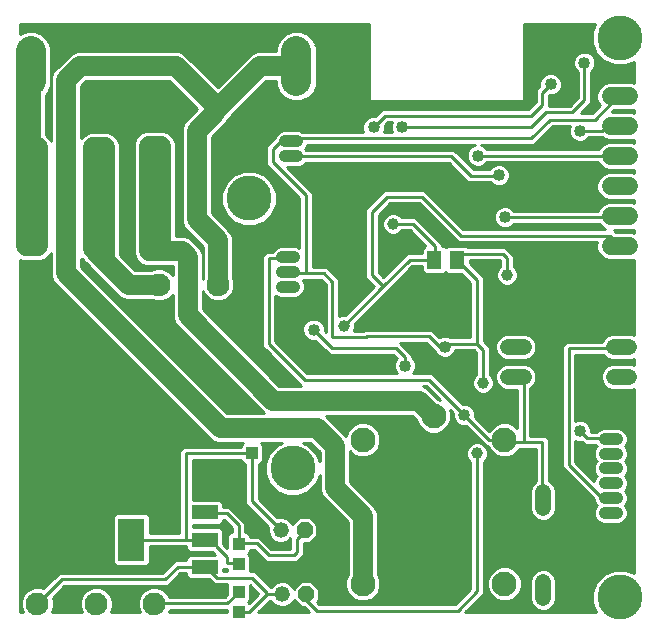
<source format=gbl>
G75*
%MOIN*%
%OFA0B0*%
%FSLAX25Y25*%
%IPPOS*%
%LPD*%
%AMOC8*
5,1,8,0,0,1.08239X$1,22.5*
%
%ADD10C,0.05200*%
%ADD11C,0.08268*%
%ADD12R,0.05118X0.05906*%
%ADD13C,0.03969*%
%ADD14C,0.07800*%
%ADD15R,0.04252X0.04134*%
%ADD16R,0.08799X0.04799*%
%ADD17R,0.08661X0.14173*%
%ADD18C,0.10000*%
%ADD19C,0.06000*%
%ADD20C,0.07600*%
%ADD21OC8,0.05200*%
%ADD22C,0.05200*%
%ADD23C,0.01000*%
%ADD24C,0.03962*%
%ADD25C,0.04000*%
%ADD26R,0.03962X0.03962*%
%ADD27C,0.06600*%
%ADD28C,0.07677*%
%ADD29C,0.15000*%
D10*
X0170933Y0084500D02*
X0176133Y0084500D01*
X0176133Y0094500D02*
X0170933Y0094500D01*
X0206133Y0094500D02*
X0211333Y0094500D01*
X0211333Y0084500D02*
X0206133Y0084500D01*
X0182633Y0046100D02*
X0182633Y0040900D01*
X0182633Y0016100D02*
X0182633Y0010900D01*
D11*
X0169755Y0015484D03*
X0122511Y0015484D03*
X0122511Y0063516D03*
X0146133Y0071390D03*
X0169755Y0063516D03*
D12*
X0153873Y0123500D03*
X0146393Y0123500D03*
D13*
X0099539Y0124421D02*
X0095570Y0124421D01*
X0095570Y0119500D02*
X0099539Y0119500D01*
X0099539Y0114579D02*
X0095570Y0114579D01*
X0096570Y0158039D02*
X0100539Y0158039D01*
X0100539Y0162961D02*
X0096570Y0162961D01*
X0203228Y0063803D02*
X0207196Y0063803D01*
X0207196Y0058882D02*
X0203228Y0058882D01*
X0203228Y0053961D02*
X0207196Y0053961D01*
X0207196Y0049039D02*
X0203228Y0049039D01*
X0203228Y0044118D02*
X0207196Y0044118D01*
X0207196Y0039197D02*
X0203228Y0039197D01*
D14*
X0052833Y0142600D02*
X0052833Y0150400D01*
X0033133Y0150400D02*
X0033133Y0142600D01*
X0013433Y0142600D02*
X0013433Y0150400D01*
D15*
X0081133Y0028945D03*
X0081133Y0022055D03*
X0081133Y0012945D03*
X0081133Y0006055D03*
D16*
X0069834Y0021177D03*
X0069834Y0030276D03*
X0069834Y0039374D03*
D17*
X0045433Y0030276D03*
D18*
X0011833Y0183000D02*
X0011833Y0193000D01*
X0100433Y0193000D02*
X0100433Y0183000D01*
D19*
X0205133Y0178000D02*
X0211133Y0178000D01*
X0211133Y0168000D02*
X0205133Y0168000D01*
X0205133Y0158000D02*
X0211133Y0158000D01*
X0211133Y0148000D02*
X0205133Y0148000D01*
X0205133Y0138000D02*
X0211133Y0138000D01*
X0211133Y0128000D02*
X0205133Y0128000D01*
D20*
X0074267Y0115150D03*
X0054582Y0115150D03*
X0053007Y0008850D03*
X0033716Y0008850D03*
X0014031Y0008850D03*
D21*
X0103633Y0012000D03*
X0103133Y0033500D03*
D22*
X0095133Y0033500D03*
X0095633Y0012000D03*
D23*
X0008133Y0006000D02*
X0008133Y0123416D01*
X0009139Y0123000D01*
X0015128Y0123000D01*
X0016966Y0123761D01*
X0018372Y0125168D01*
X0018633Y0125798D01*
X0018633Y0118005D01*
X0019395Y0116168D01*
X0072301Y0063261D01*
X0074139Y0062500D01*
X0082767Y0062500D01*
X0081952Y0061685D01*
X0081952Y0061200D01*
X0062722Y0061200D01*
X0061433Y0059911D01*
X0061433Y0032450D01*
X0051463Y0032450D01*
X0051463Y0038066D01*
X0050467Y0039062D01*
X0040398Y0039062D01*
X0039402Y0038066D01*
X0039402Y0022485D01*
X0040398Y0021489D01*
X0050467Y0021489D01*
X0051463Y0022485D01*
X0051463Y0028050D01*
X0063735Y0028050D01*
X0063735Y0027172D01*
X0064730Y0026176D01*
X0072346Y0026176D01*
X0072722Y0025800D01*
X0073245Y0025277D01*
X0064730Y0025277D01*
X0063735Y0024281D01*
X0063735Y0023377D01*
X0059899Y0023377D01*
X0058610Y0022088D01*
X0055722Y0019200D01*
X0021269Y0019200D01*
X0019981Y0017911D01*
X0016040Y0013971D01*
X0015125Y0014350D01*
X0012937Y0014350D01*
X0010915Y0013513D01*
X0009368Y0011966D01*
X0008531Y0009944D01*
X0008531Y0007756D01*
X0009259Y0006000D01*
X0008133Y0006000D01*
X0008133Y0006493D02*
X0009054Y0006493D01*
X0008641Y0007491D02*
X0008133Y0007491D01*
X0008133Y0008490D02*
X0008531Y0008490D01*
X0008531Y0009488D02*
X0008133Y0009488D01*
X0008133Y0010487D02*
X0008756Y0010487D01*
X0009169Y0011485D02*
X0008133Y0011485D01*
X0008133Y0012484D02*
X0009886Y0012484D01*
X0010885Y0013482D02*
X0008133Y0013482D01*
X0008133Y0014481D02*
X0016550Y0014481D01*
X0017548Y0015479D02*
X0008133Y0015479D01*
X0008133Y0016478D02*
X0018547Y0016478D01*
X0019545Y0017476D02*
X0008133Y0017476D01*
X0008133Y0018475D02*
X0020544Y0018475D01*
X0022181Y0017000D02*
X0056633Y0017000D01*
X0060810Y0021177D01*
X0069834Y0021177D01*
X0070334Y0021177D01*
X0074011Y0017500D01*
X0085633Y0017500D01*
X0090633Y0012500D01*
X0090633Y0012000D01*
X0084688Y0006055D01*
X0081133Y0006055D01*
X0077307Y0006000D02*
X0077307Y0006800D01*
X0058111Y0006800D01*
X0057780Y0006000D01*
X0077307Y0006000D01*
X0077307Y0006493D02*
X0057984Y0006493D01*
X0057987Y0011200D02*
X0057670Y0011966D01*
X0056123Y0013513D01*
X0054101Y0014350D01*
X0051913Y0014350D01*
X0049892Y0013513D01*
X0048345Y0011966D01*
X0047507Y0009944D01*
X0047507Y0007756D01*
X0048235Y0006000D01*
X0038488Y0006000D01*
X0039216Y0007756D01*
X0039216Y0009944D01*
X0038379Y0011966D01*
X0036831Y0013513D01*
X0034810Y0014350D01*
X0032622Y0014350D01*
X0030601Y0013513D01*
X0029053Y0011966D01*
X0028216Y0009944D01*
X0028216Y0007756D01*
X0028944Y0006000D01*
X0018803Y0006000D01*
X0019531Y0007756D01*
X0019531Y0009944D01*
X0019152Y0010860D01*
X0023092Y0014800D01*
X0057545Y0014800D01*
X0061722Y0018977D01*
X0063735Y0018977D01*
X0063735Y0018073D01*
X0064730Y0017078D01*
X0071322Y0017078D01*
X0073100Y0015300D01*
X0077307Y0015300D01*
X0077307Y0012035D01*
X0076472Y0011200D01*
X0057987Y0011200D01*
X0057869Y0011485D02*
X0076757Y0011485D01*
X0077307Y0012484D02*
X0057152Y0012484D01*
X0056154Y0013482D02*
X0077307Y0013482D01*
X0077307Y0014481D02*
X0022772Y0014481D01*
X0021774Y0013482D02*
X0030570Y0013482D01*
X0029571Y0012484D02*
X0020775Y0012484D01*
X0019777Y0011485D02*
X0028854Y0011485D01*
X0028441Y0010487D02*
X0019306Y0010487D01*
X0019531Y0009488D02*
X0028216Y0009488D01*
X0028216Y0008490D02*
X0019531Y0008490D01*
X0019421Y0007491D02*
X0028326Y0007491D01*
X0028740Y0006493D02*
X0019007Y0006493D01*
X0014031Y0008850D02*
X0022181Y0017000D01*
X0008133Y0019473D02*
X0055995Y0019473D01*
X0056994Y0020472D02*
X0008133Y0020472D01*
X0008133Y0021470D02*
X0057992Y0021470D01*
X0058991Y0022469D02*
X0051447Y0022469D01*
X0051463Y0023467D02*
X0063735Y0023467D01*
X0063919Y0024466D02*
X0051463Y0024466D01*
X0051463Y0025464D02*
X0073058Y0025464D01*
X0073633Y0028000D02*
X0073633Y0030250D01*
X0069883Y0030250D01*
X0069834Y0030276D01*
X0068633Y0030250D01*
X0063633Y0030250D01*
X0063633Y0059000D01*
X0085633Y0059000D01*
X0085633Y0043000D01*
X0095133Y0033500D01*
X0098267Y0036448D02*
X0100000Y0036448D01*
X0098779Y0035936D02*
X0097569Y0037145D01*
X0095989Y0037800D01*
X0094278Y0037800D01*
X0094042Y0037702D01*
X0087833Y0043911D01*
X0087833Y0055319D01*
X0088319Y0055319D01*
X0089314Y0056315D01*
X0089314Y0061685D01*
X0088500Y0062500D01*
X0095613Y0062500D01*
X0093922Y0061799D01*
X0091334Y0059211D01*
X0089933Y0055830D01*
X0089933Y0052170D01*
X0091334Y0048789D01*
X0093922Y0046201D01*
X0097303Y0044800D01*
X0100963Y0044800D01*
X0104345Y0046201D01*
X0106933Y0048789D01*
X0108133Y0051687D01*
X0108133Y0046505D01*
X0108895Y0044668D01*
X0117511Y0036051D01*
X0117511Y0018658D01*
X0116677Y0016645D01*
X0116677Y0014324D01*
X0117566Y0012180D01*
X0119207Y0010539D01*
X0121351Y0009650D01*
X0123672Y0009650D01*
X0125816Y0010539D01*
X0127457Y0012180D01*
X0128345Y0014324D01*
X0128345Y0016645D01*
X0127511Y0018658D01*
X0127511Y0039117D01*
X0126750Y0040954D01*
X0125344Y0042361D01*
X0118133Y0049571D01*
X0118133Y0059643D01*
X0119207Y0058570D01*
X0121351Y0057682D01*
X0123672Y0057682D01*
X0125816Y0058570D01*
X0127457Y0060211D01*
X0128345Y0062355D01*
X0128345Y0064676D01*
X0127457Y0066820D01*
X0125816Y0068461D01*
X0123672Y0069350D01*
X0121351Y0069350D01*
X0119207Y0068461D01*
X0117566Y0066820D01*
X0116780Y0064924D01*
X0115966Y0065739D01*
X0115966Y0065739D01*
X0110204Y0071500D01*
X0139062Y0071500D01*
X0140299Y0070263D01*
X0140299Y0070229D01*
X0141188Y0068085D01*
X0142829Y0066444D01*
X0144973Y0065556D01*
X0147294Y0065556D01*
X0149438Y0066444D01*
X0151079Y0068085D01*
X0151967Y0070229D01*
X0151967Y0072550D01*
X0151610Y0073412D01*
X0152683Y0072339D01*
X0152683Y0071014D01*
X0153247Y0069654D01*
X0154287Y0068613D01*
X0155647Y0068050D01*
X0156972Y0068050D01*
X0163706Y0061316D01*
X0164352Y0061316D01*
X0164810Y0060211D01*
X0166451Y0058570D01*
X0168595Y0057682D01*
X0170916Y0057682D01*
X0173060Y0058570D01*
X0174701Y0060211D01*
X0174841Y0060550D01*
X0180183Y0060550D01*
X0180183Y0049731D01*
X0178988Y0048536D01*
X0178333Y0046955D01*
X0178333Y0040045D01*
X0178988Y0038464D01*
X0180198Y0037255D01*
X0181778Y0036600D01*
X0183489Y0036600D01*
X0185069Y0037255D01*
X0186279Y0038464D01*
X0186933Y0040045D01*
X0186933Y0046955D01*
X0186279Y0048536D01*
X0185069Y0049745D01*
X0184583Y0049947D01*
X0184583Y0063661D01*
X0183295Y0064950D01*
X0178333Y0064950D01*
X0178333Y0080757D01*
X0178569Y0080855D01*
X0179779Y0082064D01*
X0180433Y0083645D01*
X0180433Y0085355D01*
X0179779Y0086936D01*
X0178569Y0088145D01*
X0176989Y0088800D01*
X0170078Y0088800D01*
X0168498Y0088145D01*
X0167288Y0086936D01*
X0166633Y0085355D01*
X0166633Y0083645D01*
X0167288Y0082064D01*
X0168498Y0080855D01*
X0170078Y0080200D01*
X0173933Y0080200D01*
X0173933Y0067588D01*
X0173060Y0068461D01*
X0170916Y0069350D01*
X0168595Y0069350D01*
X0166451Y0068461D01*
X0164810Y0066820D01*
X0164697Y0066548D01*
X0160083Y0071161D01*
X0160083Y0072486D01*
X0159520Y0073846D01*
X0158479Y0074887D01*
X0157119Y0075450D01*
X0155795Y0075450D01*
X0146833Y0084411D01*
X0145545Y0085700D01*
X0139316Y0085700D01*
X0139770Y0086154D01*
X0140333Y0087514D01*
X0140333Y0088986D01*
X0139770Y0090346D01*
X0138833Y0091283D01*
X0138833Y0091911D01*
X0137545Y0093200D01*
X0134945Y0095800D01*
X0143722Y0095800D01*
X0145933Y0093589D01*
X0146484Y0093038D01*
X0146747Y0092404D01*
X0147787Y0091363D01*
X0149147Y0090800D01*
X0150619Y0090800D01*
X0151979Y0091363D01*
X0153020Y0092404D01*
X0153391Y0093300D01*
X0159722Y0093300D01*
X0160433Y0092589D01*
X0160433Y0085506D01*
X0159513Y0084585D01*
X0158952Y0083232D01*
X0158952Y0081768D01*
X0159513Y0080415D01*
X0160548Y0079379D01*
X0161901Y0078819D01*
X0163366Y0078819D01*
X0164719Y0079379D01*
X0165754Y0080415D01*
X0166314Y0081768D01*
X0166314Y0083232D01*
X0165754Y0084585D01*
X0164833Y0085506D01*
X0164833Y0094411D01*
X0162833Y0096411D01*
X0162833Y0117651D01*
X0158133Y0122352D01*
X0158133Y0123300D01*
X0168222Y0123300D01*
X0168433Y0123089D01*
X0168433Y0121506D01*
X0167513Y0120585D01*
X0166952Y0119232D01*
X0166952Y0117768D01*
X0167513Y0116415D01*
X0168548Y0115379D01*
X0169901Y0114819D01*
X0171366Y0114819D01*
X0172719Y0115379D01*
X0173754Y0116415D01*
X0174314Y0117768D01*
X0174314Y0119232D01*
X0173754Y0120585D01*
X0172833Y0121506D01*
X0172833Y0124911D01*
X0171545Y0126200D01*
X0170045Y0127700D01*
X0157589Y0127700D01*
X0157137Y0128153D01*
X0150610Y0128153D01*
X0150133Y0127676D01*
X0149656Y0128153D01*
X0148833Y0128153D01*
X0148833Y0128911D01*
X0147545Y0130200D01*
X0140045Y0137700D01*
X0135639Y0137700D01*
X0134719Y0138621D01*
X0133366Y0139181D01*
X0131901Y0139181D01*
X0130548Y0138621D01*
X0129513Y0137585D01*
X0128952Y0136232D01*
X0128952Y0134768D01*
X0129513Y0133415D01*
X0130548Y0132379D01*
X0131901Y0131819D01*
X0133366Y0131819D01*
X0134719Y0132379D01*
X0135639Y0133300D01*
X0138222Y0133300D01*
X0143369Y0128153D01*
X0143130Y0128153D01*
X0142134Y0127157D01*
X0142134Y0125700D01*
X0137222Y0125700D01*
X0129383Y0117861D01*
X0127833Y0119411D01*
X0127833Y0138589D01*
X0131545Y0142300D01*
X0141222Y0142300D01*
X0154222Y0129300D01*
X0200585Y0129300D01*
X0200433Y0128935D01*
X0200433Y0127065D01*
X0201149Y0125338D01*
X0202471Y0124016D01*
X0204198Y0123300D01*
X0212068Y0123300D01*
X0212834Y0123617D01*
X0212834Y0098533D01*
X0212189Y0098800D01*
X0205278Y0098800D01*
X0203698Y0098145D01*
X0202488Y0096936D01*
X0202183Y0096200D01*
X0190222Y0096200D01*
X0188933Y0094911D01*
X0188933Y0054339D01*
X0190222Y0053050D01*
X0199544Y0043728D01*
X0199544Y0043385D01*
X0200104Y0042031D01*
X0200478Y0041657D01*
X0200104Y0041284D01*
X0199544Y0039930D01*
X0199544Y0038464D01*
X0200104Y0037110D01*
X0201141Y0036073D01*
X0202495Y0035513D01*
X0207929Y0035513D01*
X0209283Y0036073D01*
X0210320Y0037110D01*
X0210881Y0038464D01*
X0210881Y0039930D01*
X0210320Y0041284D01*
X0209946Y0041657D01*
X0210320Y0042031D01*
X0210881Y0043385D01*
X0210881Y0044851D01*
X0210320Y0046205D01*
X0209946Y0046579D01*
X0210320Y0046952D01*
X0210881Y0048307D01*
X0210881Y0049772D01*
X0210320Y0051126D01*
X0209946Y0051500D01*
X0210320Y0051874D01*
X0210881Y0053228D01*
X0210881Y0054693D01*
X0210320Y0056048D01*
X0209946Y0056421D01*
X0210320Y0056795D01*
X0210881Y0058149D01*
X0210881Y0059615D01*
X0210320Y0060969D01*
X0209946Y0061343D01*
X0210320Y0061716D01*
X0210881Y0063070D01*
X0210881Y0064536D01*
X0210320Y0065890D01*
X0209283Y0066927D01*
X0207929Y0067487D01*
X0202495Y0067487D01*
X0201141Y0066927D01*
X0200414Y0066200D01*
X0198583Y0066200D01*
X0198583Y0067236D01*
X0198020Y0068596D01*
X0196979Y0069637D01*
X0195619Y0070200D01*
X0194147Y0070200D01*
X0193333Y0069863D01*
X0193333Y0091800D01*
X0202752Y0091800D01*
X0203698Y0090855D01*
X0205278Y0090200D01*
X0212189Y0090200D01*
X0212834Y0090467D01*
X0212834Y0088533D01*
X0212189Y0088800D01*
X0205278Y0088800D01*
X0203698Y0088145D01*
X0202488Y0086936D01*
X0201833Y0085355D01*
X0201833Y0083645D01*
X0202488Y0082064D01*
X0203698Y0080855D01*
X0205278Y0080200D01*
X0212189Y0080200D01*
X0212834Y0080467D01*
X0212834Y0019011D01*
X0209963Y0020200D01*
X0206303Y0020200D01*
X0202922Y0018799D01*
X0200334Y0016211D01*
X0198933Y0012830D01*
X0198933Y0009170D01*
X0200246Y0006000D01*
X0156745Y0006000D01*
X0161545Y0010800D01*
X0162833Y0012089D01*
X0162833Y0055994D01*
X0163754Y0056915D01*
X0164314Y0058268D01*
X0164314Y0059732D01*
X0163754Y0061085D01*
X0162719Y0062121D01*
X0161366Y0062681D01*
X0159901Y0062681D01*
X0158548Y0062121D01*
X0157513Y0061085D01*
X0156952Y0059732D01*
X0156952Y0058268D01*
X0157513Y0056915D01*
X0158433Y0055994D01*
X0158433Y0013911D01*
X0153222Y0008700D01*
X0108045Y0008700D01*
X0107230Y0009515D01*
X0107933Y0010219D01*
X0107933Y0013781D01*
X0105414Y0016300D01*
X0101852Y0016300D01*
X0099486Y0013934D01*
X0099279Y0014436D01*
X0098069Y0015645D01*
X0096489Y0016300D01*
X0094778Y0016300D01*
X0093198Y0015645D01*
X0091988Y0014436D01*
X0091936Y0014309D01*
X0091545Y0014700D01*
X0086545Y0019700D01*
X0084959Y0019700D01*
X0084959Y0024826D01*
X0084286Y0025500D01*
X0084959Y0026174D01*
X0084959Y0026800D01*
X0086222Y0026800D01*
X0088933Y0024089D01*
X0090222Y0022800D01*
X0100545Y0022800D01*
X0101545Y0023800D01*
X0102833Y0025089D01*
X0102833Y0029200D01*
X0104914Y0029200D01*
X0107433Y0031719D01*
X0107433Y0035281D01*
X0104914Y0037800D01*
X0101352Y0037800D01*
X0098986Y0035434D01*
X0098779Y0035936D01*
X0098980Y0035449D02*
X0099002Y0035449D01*
X0100999Y0037446D02*
X0096842Y0037446D01*
X0093300Y0038445D02*
X0115117Y0038445D01*
X0114119Y0039443D02*
X0092301Y0039443D01*
X0091303Y0040442D02*
X0113120Y0040442D01*
X0112122Y0041440D02*
X0090304Y0041440D01*
X0089306Y0042439D02*
X0111123Y0042439D01*
X0110125Y0043437D02*
X0088307Y0043437D01*
X0087833Y0044436D02*
X0109126Y0044436D01*
X0108577Y0045434D02*
X0102495Y0045434D01*
X0104577Y0046433D02*
X0108163Y0046433D01*
X0108133Y0047432D02*
X0105576Y0047432D01*
X0106574Y0048430D02*
X0108133Y0048430D01*
X0108133Y0049429D02*
X0107198Y0049429D01*
X0107611Y0050427D02*
X0108133Y0050427D01*
X0108133Y0051426D02*
X0108025Y0051426D01*
X0108133Y0056313D02*
X0106933Y0059211D01*
X0104345Y0061799D01*
X0102653Y0062500D01*
X0105062Y0062500D01*
X0108133Y0059429D01*
X0108133Y0056313D01*
X0108133Y0056418D02*
X0108090Y0056418D01*
X0108133Y0057417D02*
X0107676Y0057417D01*
X0107263Y0058415D02*
X0108133Y0058415D01*
X0108133Y0059414D02*
X0106730Y0059414D01*
X0107150Y0060412D02*
X0105732Y0060412D01*
X0106152Y0061411D02*
X0104733Y0061411D01*
X0105153Y0062409D02*
X0102872Y0062409D01*
X0095394Y0062409D02*
X0088590Y0062409D01*
X0089314Y0061411D02*
X0093533Y0061411D01*
X0092535Y0060412D02*
X0089314Y0060412D01*
X0089314Y0059414D02*
X0091536Y0059414D01*
X0091004Y0058415D02*
X0089314Y0058415D01*
X0089314Y0057417D02*
X0090591Y0057417D01*
X0090177Y0056418D02*
X0089314Y0056418D01*
X0089933Y0055420D02*
X0088419Y0055420D01*
X0087833Y0054421D02*
X0089933Y0054421D01*
X0089933Y0053423D02*
X0087833Y0053423D01*
X0087833Y0052424D02*
X0089933Y0052424D01*
X0090242Y0051426D02*
X0087833Y0051426D01*
X0087833Y0050427D02*
X0090655Y0050427D01*
X0091069Y0049429D02*
X0087833Y0049429D01*
X0087833Y0048430D02*
X0091693Y0048430D01*
X0092691Y0047432D02*
X0087833Y0047432D01*
X0087833Y0046433D02*
X0093690Y0046433D01*
X0095772Y0045434D02*
X0087833Y0045434D01*
X0083433Y0045434D02*
X0065833Y0045434D01*
X0065833Y0044436D02*
X0083433Y0044436D01*
X0083433Y0043437D02*
X0074974Y0043437D01*
X0074938Y0043474D02*
X0065833Y0043474D01*
X0065833Y0056800D01*
X0081952Y0056800D01*
X0081952Y0056315D01*
X0082948Y0055319D01*
X0083433Y0055319D01*
X0083433Y0042089D01*
X0084722Y0040800D01*
X0090931Y0034591D01*
X0090833Y0034355D01*
X0090833Y0032645D01*
X0091488Y0031064D01*
X0092698Y0029855D01*
X0094278Y0029200D01*
X0095989Y0029200D01*
X0097569Y0029855D01*
X0098433Y0030719D01*
X0098433Y0027200D01*
X0092045Y0027200D01*
X0088045Y0031200D01*
X0084959Y0031200D01*
X0084959Y0031716D01*
X0083963Y0032712D01*
X0083333Y0032712D01*
X0083333Y0035911D01*
X0082045Y0037200D01*
X0078045Y0041200D01*
X0075934Y0041200D01*
X0075934Y0042478D01*
X0074938Y0043474D01*
X0075934Y0042439D02*
X0083433Y0042439D01*
X0084082Y0041440D02*
X0075934Y0041440D01*
X0077133Y0039000D02*
X0081133Y0035000D01*
X0081133Y0029000D01*
X0087133Y0029000D01*
X0091133Y0025000D01*
X0099633Y0025000D01*
X0100633Y0026000D01*
X0100633Y0030500D01*
X0103133Y0033000D01*
X0103133Y0033500D01*
X0106267Y0036448D02*
X0117114Y0036448D01*
X0117511Y0035449D02*
X0107265Y0035449D01*
X0107433Y0034451D02*
X0117511Y0034451D01*
X0117511Y0033452D02*
X0107433Y0033452D01*
X0107433Y0032454D02*
X0117511Y0032454D01*
X0117511Y0031455D02*
X0107170Y0031455D01*
X0106171Y0030457D02*
X0117511Y0030457D01*
X0117511Y0029458D02*
X0105173Y0029458D01*
X0102833Y0028460D02*
X0117511Y0028460D01*
X0117511Y0027461D02*
X0102833Y0027461D01*
X0102833Y0026463D02*
X0117511Y0026463D01*
X0117511Y0025464D02*
X0102833Y0025464D01*
X0102210Y0024466D02*
X0117511Y0024466D01*
X0117511Y0023467D02*
X0101212Y0023467D01*
X0098433Y0027461D02*
X0091783Y0027461D01*
X0090785Y0028460D02*
X0098433Y0028460D01*
X0098433Y0029458D02*
X0096612Y0029458D01*
X0098171Y0030457D02*
X0098433Y0030457D01*
X0093654Y0029458D02*
X0089786Y0029458D01*
X0088788Y0030457D02*
X0092095Y0030457D01*
X0091326Y0031455D02*
X0084959Y0031455D01*
X0084221Y0032454D02*
X0090912Y0032454D01*
X0090833Y0033452D02*
X0083333Y0033452D01*
X0083333Y0034451D02*
X0090873Y0034451D01*
X0090073Y0035449D02*
X0083333Y0035449D01*
X0082797Y0036448D02*
X0089074Y0036448D01*
X0088076Y0037446D02*
X0081798Y0037446D01*
X0080800Y0038445D02*
X0087077Y0038445D01*
X0086079Y0039443D02*
X0079801Y0039443D01*
X0078803Y0040442D02*
X0085080Y0040442D01*
X0083433Y0046433D02*
X0065833Y0046433D01*
X0065833Y0047432D02*
X0083433Y0047432D01*
X0083433Y0048430D02*
X0065833Y0048430D01*
X0065833Y0049429D02*
X0083433Y0049429D01*
X0083433Y0050427D02*
X0065833Y0050427D01*
X0065833Y0051426D02*
X0083433Y0051426D01*
X0083433Y0052424D02*
X0065833Y0052424D01*
X0065833Y0053423D02*
X0083433Y0053423D01*
X0083433Y0054421D02*
X0065833Y0054421D01*
X0065833Y0055420D02*
X0082847Y0055420D01*
X0081952Y0056418D02*
X0065833Y0056418D01*
X0061433Y0056418D02*
X0008133Y0056418D01*
X0008133Y0055420D02*
X0061433Y0055420D01*
X0061433Y0054421D02*
X0008133Y0054421D01*
X0008133Y0053423D02*
X0061433Y0053423D01*
X0061433Y0052424D02*
X0008133Y0052424D01*
X0008133Y0051426D02*
X0061433Y0051426D01*
X0061433Y0050427D02*
X0008133Y0050427D01*
X0008133Y0049429D02*
X0061433Y0049429D01*
X0061433Y0048430D02*
X0008133Y0048430D01*
X0008133Y0047432D02*
X0061433Y0047432D01*
X0061433Y0046433D02*
X0008133Y0046433D01*
X0008133Y0045434D02*
X0061433Y0045434D01*
X0061433Y0044436D02*
X0008133Y0044436D01*
X0008133Y0043437D02*
X0061433Y0043437D01*
X0061433Y0042439D02*
X0008133Y0042439D01*
X0008133Y0041440D02*
X0061433Y0041440D01*
X0061433Y0040442D02*
X0008133Y0040442D01*
X0008133Y0039443D02*
X0061433Y0039443D01*
X0061433Y0038445D02*
X0051085Y0038445D01*
X0051463Y0037446D02*
X0061433Y0037446D01*
X0061433Y0036448D02*
X0051463Y0036448D01*
X0051463Y0035449D02*
X0061433Y0035449D01*
X0061433Y0034451D02*
X0051463Y0034451D01*
X0051463Y0033452D02*
X0061433Y0033452D01*
X0061433Y0032454D02*
X0051463Y0032454D01*
X0051463Y0027461D02*
X0063735Y0027461D01*
X0064444Y0026463D02*
X0051463Y0026463D01*
X0046133Y0030250D02*
X0045433Y0030276D01*
X0046133Y0030250D02*
X0063633Y0030250D01*
X0065833Y0034375D02*
X0065833Y0035274D01*
X0074938Y0035274D01*
X0075934Y0036270D01*
X0075934Y0036800D01*
X0076222Y0036800D01*
X0078933Y0034089D01*
X0078933Y0032712D01*
X0078303Y0032712D01*
X0077307Y0031716D01*
X0077307Y0027437D01*
X0075934Y0028811D01*
X0075934Y0033379D01*
X0074938Y0034375D01*
X0065833Y0034375D01*
X0065833Y0034451D02*
X0078571Y0034451D01*
X0078933Y0033452D02*
X0075861Y0033452D01*
X0075934Y0032454D02*
X0078045Y0032454D01*
X0077307Y0031455D02*
X0075934Y0031455D01*
X0075934Y0030457D02*
X0077307Y0030457D01*
X0077307Y0029458D02*
X0075934Y0029458D01*
X0076285Y0028460D02*
X0077307Y0028460D01*
X0077283Y0027461D02*
X0077307Y0027461D01*
X0077133Y0024500D02*
X0073633Y0028000D01*
X0077133Y0024500D02*
X0077133Y0022500D01*
X0080883Y0022500D01*
X0081133Y0022750D01*
X0081133Y0022055D01*
X0084959Y0022469D02*
X0117511Y0022469D01*
X0117511Y0021470D02*
X0084959Y0021470D01*
X0084959Y0020472D02*
X0117511Y0020472D01*
X0117511Y0019473D02*
X0086771Y0019473D01*
X0087770Y0018475D02*
X0117435Y0018475D01*
X0117022Y0017476D02*
X0088768Y0017476D01*
X0089767Y0016478D02*
X0116677Y0016478D01*
X0116677Y0015479D02*
X0106235Y0015479D01*
X0107234Y0014481D02*
X0116677Y0014481D01*
X0117026Y0013482D02*
X0107933Y0013482D01*
X0107933Y0012484D02*
X0117440Y0012484D01*
X0118260Y0011485D02*
X0107933Y0011485D01*
X0107933Y0010487D02*
X0119332Y0010487D01*
X0125690Y0010487D02*
X0155009Y0010487D01*
X0156007Y0011485D02*
X0126762Y0011485D01*
X0127583Y0012484D02*
X0157006Y0012484D01*
X0158004Y0013482D02*
X0127996Y0013482D01*
X0128345Y0014481D02*
X0158433Y0014481D01*
X0158433Y0015479D02*
X0128345Y0015479D01*
X0128345Y0016478D02*
X0158433Y0016478D01*
X0158433Y0017476D02*
X0128001Y0017476D01*
X0127587Y0018475D02*
X0158433Y0018475D01*
X0158433Y0019473D02*
X0127511Y0019473D01*
X0127511Y0020472D02*
X0158433Y0020472D01*
X0158433Y0021470D02*
X0127511Y0021470D01*
X0127511Y0022469D02*
X0158433Y0022469D01*
X0158433Y0023467D02*
X0127511Y0023467D01*
X0127511Y0024466D02*
X0158433Y0024466D01*
X0158433Y0025464D02*
X0127511Y0025464D01*
X0127511Y0026463D02*
X0158433Y0026463D01*
X0158433Y0027461D02*
X0127511Y0027461D01*
X0127511Y0028460D02*
X0158433Y0028460D01*
X0158433Y0029458D02*
X0127511Y0029458D01*
X0127511Y0030457D02*
X0158433Y0030457D01*
X0158433Y0031455D02*
X0127511Y0031455D01*
X0127511Y0032454D02*
X0158433Y0032454D01*
X0158433Y0033452D02*
X0127511Y0033452D01*
X0127511Y0034451D02*
X0158433Y0034451D01*
X0158433Y0035449D02*
X0127511Y0035449D01*
X0127511Y0036448D02*
X0158433Y0036448D01*
X0158433Y0037446D02*
X0127511Y0037446D01*
X0127511Y0038445D02*
X0158433Y0038445D01*
X0158433Y0039443D02*
X0127376Y0039443D01*
X0126962Y0040442D02*
X0158433Y0040442D01*
X0158433Y0041440D02*
X0126264Y0041440D01*
X0125265Y0042439D02*
X0158433Y0042439D01*
X0158433Y0043437D02*
X0124267Y0043437D01*
X0123268Y0044436D02*
X0158433Y0044436D01*
X0158433Y0045434D02*
X0122270Y0045434D01*
X0121271Y0046433D02*
X0158433Y0046433D01*
X0158433Y0047432D02*
X0120273Y0047432D01*
X0119274Y0048430D02*
X0158433Y0048430D01*
X0158433Y0049429D02*
X0118276Y0049429D01*
X0118133Y0050427D02*
X0158433Y0050427D01*
X0158433Y0051426D02*
X0118133Y0051426D01*
X0118133Y0052424D02*
X0158433Y0052424D01*
X0158433Y0053423D02*
X0118133Y0053423D01*
X0118133Y0054421D02*
X0158433Y0054421D01*
X0158433Y0055420D02*
X0118133Y0055420D01*
X0118133Y0056418D02*
X0158009Y0056418D01*
X0157305Y0057417D02*
X0118133Y0057417D01*
X0118133Y0058415D02*
X0119581Y0058415D01*
X0118363Y0059414D02*
X0118133Y0059414D01*
X0116979Y0065405D02*
X0116300Y0065405D01*
X0115301Y0066403D02*
X0117393Y0066403D01*
X0118147Y0067402D02*
X0114303Y0067402D01*
X0113304Y0068400D02*
X0119145Y0068400D01*
X0125877Y0068400D02*
X0141057Y0068400D01*
X0140643Y0069399D02*
X0112306Y0069399D01*
X0111307Y0070397D02*
X0140165Y0070397D01*
X0139166Y0071396D02*
X0110309Y0071396D01*
X0102022Y0081500D02*
X0094704Y0081500D01*
X0069133Y0107071D01*
X0069133Y0113172D01*
X0069605Y0112034D01*
X0071152Y0110487D01*
X0073173Y0109650D01*
X0075361Y0109650D01*
X0077383Y0110487D01*
X0078930Y0112034D01*
X0079767Y0114056D01*
X0079767Y0116244D01*
X0079133Y0117774D01*
X0079133Y0130995D01*
X0078372Y0132832D01*
X0072133Y0139071D01*
X0072133Y0164429D01*
X0075966Y0168261D01*
X0077372Y0169668D01*
X0077536Y0170064D01*
X0078506Y0171034D01*
X0078695Y0171491D01*
X0080622Y0173418D01*
X0090204Y0183000D01*
X0093733Y0183000D01*
X0093733Y0181667D01*
X0094753Y0179205D01*
X0096638Y0177320D01*
X0099101Y0176300D01*
X0101766Y0176300D01*
X0104229Y0177320D01*
X0106113Y0179205D01*
X0107133Y0181667D01*
X0107133Y0194333D01*
X0106113Y0196795D01*
X0104229Y0198680D01*
X0101766Y0199700D01*
X0099101Y0199700D01*
X0096638Y0198680D01*
X0094753Y0196795D01*
X0093733Y0194333D01*
X0093733Y0193000D01*
X0087139Y0193000D01*
X0085301Y0192239D01*
X0074133Y0181071D01*
X0064372Y0190832D01*
X0062966Y0192239D01*
X0061128Y0193000D01*
X0027139Y0193000D01*
X0025301Y0192239D01*
X0020801Y0187739D01*
X0019395Y0186332D01*
X0018633Y0184495D01*
X0018633Y0163202D01*
X0018372Y0163832D01*
X0016966Y0165239D01*
X0016833Y0165294D01*
X0016833Y0178525D01*
X0017513Y0179205D01*
X0018533Y0181667D01*
X0018533Y0194333D01*
X0017513Y0196795D01*
X0015629Y0198680D01*
X0013166Y0199700D01*
X0010501Y0199700D01*
X0008133Y0198719D01*
X0008133Y0201961D01*
X0124633Y0201961D01*
X0124633Y0176500D01*
X0176133Y0176500D01*
X0176133Y0201961D01*
X0200023Y0201961D01*
X0198933Y0199330D01*
X0198933Y0195670D01*
X0200334Y0192289D01*
X0202922Y0189701D01*
X0206303Y0188300D01*
X0209963Y0188300D01*
X0212834Y0189489D01*
X0212834Y0182383D01*
X0212068Y0182700D01*
X0204198Y0182700D01*
X0202471Y0181984D01*
X0201149Y0180662D01*
X0200433Y0178935D01*
X0200433Y0177065D01*
X0201149Y0175338D01*
X0201504Y0174982D01*
X0198972Y0172450D01*
X0195195Y0172450D01*
X0197295Y0174550D01*
X0198583Y0175839D01*
X0198583Y0186217D01*
X0199520Y0187154D01*
X0200083Y0188514D01*
X0200083Y0189986D01*
X0199520Y0191346D01*
X0198479Y0192387D01*
X0197119Y0192950D01*
X0195647Y0192950D01*
X0194287Y0192387D01*
X0193247Y0191346D01*
X0192683Y0189986D01*
X0192683Y0188514D01*
X0193247Y0187154D01*
X0194183Y0186217D01*
X0194183Y0177661D01*
X0191472Y0174950D01*
X0184583Y0174950D01*
X0184583Y0178300D01*
X0185869Y0178300D01*
X0187229Y0178863D01*
X0188270Y0179904D01*
X0188833Y0181264D01*
X0188833Y0182736D01*
X0188270Y0184096D01*
X0187229Y0185137D01*
X0185869Y0185700D01*
X0184397Y0185700D01*
X0183037Y0185137D01*
X0181997Y0184096D01*
X0181433Y0182736D01*
X0181433Y0181411D01*
X0180183Y0180161D01*
X0180183Y0176161D01*
X0177722Y0173700D01*
X0128972Y0173700D01*
X0126722Y0171450D01*
X0125397Y0171450D01*
X0124037Y0170887D01*
X0122997Y0169846D01*
X0122433Y0168486D01*
X0122433Y0167014D01*
X0122771Y0166200D01*
X0102346Y0166200D01*
X0101272Y0166645D01*
X0095837Y0166645D01*
X0094483Y0166084D01*
X0093447Y0165048D01*
X0093007Y0163985D01*
X0091722Y0162700D01*
X0090433Y0161411D01*
X0090433Y0155089D01*
X0101433Y0144089D01*
X0101433Y0127624D01*
X0100272Y0128105D01*
X0094837Y0128105D01*
X0093483Y0127545D01*
X0092447Y0126508D01*
X0092319Y0126200D01*
X0090222Y0126200D01*
X0088933Y0124911D01*
X0088933Y0094589D01*
X0090222Y0093300D01*
X0102022Y0081500D01*
X0101143Y0082379D02*
X0093825Y0082379D01*
X0092826Y0083378D02*
X0100144Y0083378D01*
X0099146Y0084376D02*
X0091828Y0084376D01*
X0090829Y0085375D02*
X0098147Y0085375D01*
X0097149Y0086373D02*
X0089831Y0086373D01*
X0088832Y0087372D02*
X0096150Y0087372D01*
X0095152Y0088370D02*
X0087834Y0088370D01*
X0086835Y0089369D02*
X0094153Y0089369D01*
X0093155Y0090368D02*
X0085837Y0090368D01*
X0084838Y0091366D02*
X0092156Y0091366D01*
X0091158Y0092365D02*
X0083840Y0092365D01*
X0082841Y0093363D02*
X0090159Y0093363D01*
X0089160Y0094362D02*
X0081843Y0094362D01*
X0080844Y0095360D02*
X0088933Y0095360D01*
X0088933Y0096359D02*
X0079846Y0096359D01*
X0078847Y0097357D02*
X0088933Y0097357D01*
X0088933Y0098356D02*
X0077849Y0098356D01*
X0076850Y0099354D02*
X0088933Y0099354D01*
X0088933Y0100353D02*
X0075852Y0100353D01*
X0074853Y0101351D02*
X0088933Y0101351D01*
X0088933Y0102350D02*
X0073855Y0102350D01*
X0072856Y0103348D02*
X0088933Y0103348D01*
X0088933Y0104347D02*
X0071858Y0104347D01*
X0070859Y0105345D02*
X0088933Y0105345D01*
X0088933Y0106344D02*
X0069861Y0106344D01*
X0069133Y0107342D02*
X0088933Y0107342D01*
X0088933Y0108341D02*
X0069133Y0108341D01*
X0069133Y0109339D02*
X0088933Y0109339D01*
X0088933Y0110338D02*
X0077022Y0110338D01*
X0078232Y0111336D02*
X0088933Y0111336D01*
X0088933Y0112335D02*
X0079054Y0112335D01*
X0079468Y0113333D02*
X0088933Y0113333D01*
X0088933Y0114332D02*
X0079767Y0114332D01*
X0079767Y0115330D02*
X0088933Y0115330D01*
X0088933Y0116329D02*
X0079732Y0116329D01*
X0079318Y0117327D02*
X0088933Y0117327D01*
X0088933Y0118326D02*
X0079133Y0118326D01*
X0079133Y0119324D02*
X0088933Y0119324D01*
X0088933Y0120323D02*
X0079133Y0120323D01*
X0079133Y0121321D02*
X0088933Y0121321D01*
X0088933Y0122320D02*
X0079133Y0122320D01*
X0079133Y0123318D02*
X0088933Y0123318D01*
X0088933Y0124317D02*
X0079133Y0124317D01*
X0079133Y0125315D02*
X0089337Y0125315D01*
X0091133Y0124000D02*
X0091133Y0095500D01*
X0103133Y0083500D01*
X0144633Y0083500D01*
X0156383Y0071750D01*
X0164618Y0063516D01*
X0169755Y0063516D01*
X0169883Y0062750D01*
X0176133Y0062750D01*
X0176133Y0084500D01*
X0179095Y0081381D02*
X0188933Y0081381D01*
X0188933Y0082379D02*
X0179909Y0082379D01*
X0180323Y0083378D02*
X0188933Y0083378D01*
X0188933Y0084376D02*
X0180433Y0084376D01*
X0180425Y0085375D02*
X0188933Y0085375D01*
X0188933Y0086373D02*
X0180012Y0086373D01*
X0179342Y0087372D02*
X0188933Y0087372D01*
X0188933Y0088370D02*
X0178026Y0088370D01*
X0177393Y0090368D02*
X0188933Y0090368D01*
X0188933Y0091366D02*
X0179080Y0091366D01*
X0178569Y0090855D02*
X0179779Y0092064D01*
X0180433Y0093645D01*
X0180433Y0095355D01*
X0179779Y0096936D01*
X0178569Y0098145D01*
X0176989Y0098800D01*
X0170078Y0098800D01*
X0168498Y0098145D01*
X0167288Y0096936D01*
X0166633Y0095355D01*
X0166633Y0093645D01*
X0167288Y0092064D01*
X0168498Y0090855D01*
X0170078Y0090200D01*
X0176989Y0090200D01*
X0178569Y0090855D01*
X0179903Y0092365D02*
X0188933Y0092365D01*
X0188933Y0093363D02*
X0180317Y0093363D01*
X0180433Y0094362D02*
X0188933Y0094362D01*
X0189382Y0095360D02*
X0180431Y0095360D01*
X0180018Y0096359D02*
X0202249Y0096359D01*
X0202909Y0097357D02*
X0179357Y0097357D01*
X0178062Y0098356D02*
X0204205Y0098356D01*
X0206133Y0094500D02*
X0206133Y0094000D01*
X0191133Y0094000D01*
X0191133Y0055250D01*
X0201133Y0045250D01*
X0204883Y0045250D01*
X0205212Y0044118D01*
X0210092Y0046433D02*
X0212834Y0046433D01*
X0212834Y0045434D02*
X0210639Y0045434D01*
X0210881Y0044436D02*
X0212834Y0044436D01*
X0212834Y0043437D02*
X0210881Y0043437D01*
X0210489Y0042439D02*
X0212834Y0042439D01*
X0212834Y0041440D02*
X0210163Y0041440D01*
X0210668Y0040442D02*
X0212834Y0040442D01*
X0212834Y0039443D02*
X0210881Y0039443D01*
X0210873Y0038445D02*
X0212834Y0038445D01*
X0212834Y0037446D02*
X0210459Y0037446D01*
X0209658Y0036448D02*
X0212834Y0036448D01*
X0212834Y0035449D02*
X0162833Y0035449D01*
X0162833Y0034451D02*
X0212834Y0034451D01*
X0212834Y0033452D02*
X0162833Y0033452D01*
X0162833Y0032454D02*
X0212834Y0032454D01*
X0212834Y0031455D02*
X0162833Y0031455D01*
X0162833Y0030457D02*
X0212834Y0030457D01*
X0212834Y0029458D02*
X0162833Y0029458D01*
X0162833Y0028460D02*
X0212834Y0028460D01*
X0212834Y0027461D02*
X0162833Y0027461D01*
X0162833Y0026463D02*
X0212834Y0026463D01*
X0212834Y0025464D02*
X0162833Y0025464D01*
X0162833Y0024466D02*
X0212834Y0024466D01*
X0212834Y0023467D02*
X0162833Y0023467D01*
X0162833Y0022469D02*
X0212834Y0022469D01*
X0212834Y0021470D02*
X0162833Y0021470D01*
X0162833Y0020472D02*
X0166552Y0020472D01*
X0166451Y0020430D02*
X0164810Y0018789D01*
X0163922Y0016645D01*
X0163922Y0014324D01*
X0164810Y0012180D01*
X0166451Y0010539D01*
X0168595Y0009650D01*
X0170916Y0009650D01*
X0173060Y0010539D01*
X0174701Y0012180D01*
X0175589Y0014324D01*
X0175589Y0016645D01*
X0174701Y0018789D01*
X0173060Y0020430D01*
X0170916Y0021318D01*
X0168595Y0021318D01*
X0166451Y0020430D01*
X0165494Y0019473D02*
X0162833Y0019473D01*
X0162833Y0018475D02*
X0164680Y0018475D01*
X0164266Y0017476D02*
X0162833Y0017476D01*
X0162833Y0016478D02*
X0163922Y0016478D01*
X0163922Y0015479D02*
X0162833Y0015479D01*
X0162833Y0014481D02*
X0163922Y0014481D01*
X0164270Y0013482D02*
X0162833Y0013482D01*
X0162833Y0012484D02*
X0164684Y0012484D01*
X0165504Y0011485D02*
X0162230Y0011485D01*
X0161545Y0010800D02*
X0161545Y0010800D01*
X0161231Y0010487D02*
X0166576Y0010487D01*
X0172935Y0010487D02*
X0178333Y0010487D01*
X0178333Y0010045D02*
X0178988Y0008464D01*
X0180198Y0007255D01*
X0181778Y0006600D01*
X0183489Y0006600D01*
X0185069Y0007255D01*
X0186279Y0008464D01*
X0186933Y0010045D01*
X0186933Y0016955D01*
X0186279Y0018536D01*
X0185069Y0019745D01*
X0183489Y0020400D01*
X0181778Y0020400D01*
X0180198Y0019745D01*
X0178988Y0018536D01*
X0178333Y0016955D01*
X0178333Y0010045D01*
X0178564Y0009488D02*
X0160233Y0009488D01*
X0159234Y0008490D02*
X0178977Y0008490D01*
X0179961Y0007491D02*
X0158236Y0007491D01*
X0157237Y0006493D02*
X0200042Y0006493D01*
X0199629Y0007491D02*
X0185306Y0007491D01*
X0186289Y0008490D02*
X0199215Y0008490D01*
X0198933Y0009488D02*
X0186703Y0009488D01*
X0186933Y0010487D02*
X0198933Y0010487D01*
X0198933Y0011485D02*
X0186933Y0011485D01*
X0186933Y0012484D02*
X0198933Y0012484D01*
X0199203Y0013482D02*
X0186933Y0013482D01*
X0186933Y0014481D02*
X0199617Y0014481D01*
X0200031Y0015479D02*
X0186933Y0015479D01*
X0186933Y0016478D02*
X0200600Y0016478D01*
X0201599Y0017476D02*
X0186718Y0017476D01*
X0186304Y0018475D02*
X0202597Y0018475D01*
X0204549Y0019473D02*
X0185341Y0019473D01*
X0179925Y0019473D02*
X0174017Y0019473D01*
X0174831Y0018475D02*
X0178963Y0018475D01*
X0178549Y0017476D02*
X0175245Y0017476D01*
X0175589Y0016478D02*
X0178333Y0016478D01*
X0178333Y0015479D02*
X0175589Y0015479D01*
X0175589Y0014481D02*
X0178333Y0014481D01*
X0178333Y0013482D02*
X0175241Y0013482D01*
X0174827Y0012484D02*
X0178333Y0012484D01*
X0178333Y0011485D02*
X0174007Y0011485D01*
X0172959Y0020472D02*
X0212834Y0020472D01*
X0212834Y0019473D02*
X0211718Y0019473D01*
X0200766Y0036448D02*
X0162833Y0036448D01*
X0162833Y0037446D02*
X0180006Y0037446D01*
X0179007Y0038445D02*
X0162833Y0038445D01*
X0162833Y0039443D02*
X0178582Y0039443D01*
X0178333Y0040442D02*
X0162833Y0040442D01*
X0162833Y0041440D02*
X0178333Y0041440D01*
X0178333Y0042439D02*
X0162833Y0042439D01*
X0162833Y0043437D02*
X0178333Y0043437D01*
X0178333Y0044436D02*
X0162833Y0044436D01*
X0162833Y0045434D02*
X0178333Y0045434D01*
X0178333Y0046433D02*
X0162833Y0046433D01*
X0162833Y0047432D02*
X0178531Y0047432D01*
X0178944Y0048430D02*
X0162833Y0048430D01*
X0162833Y0049429D02*
X0179881Y0049429D01*
X0180183Y0050427D02*
X0162833Y0050427D01*
X0162833Y0051426D02*
X0180183Y0051426D01*
X0180183Y0052424D02*
X0162833Y0052424D01*
X0162833Y0053423D02*
X0180183Y0053423D01*
X0180183Y0054421D02*
X0162833Y0054421D01*
X0162833Y0055420D02*
X0180183Y0055420D01*
X0180183Y0056418D02*
X0163257Y0056418D01*
X0163962Y0057417D02*
X0180183Y0057417D01*
X0180183Y0058415D02*
X0172686Y0058415D01*
X0173904Y0059414D02*
X0180183Y0059414D01*
X0180183Y0060412D02*
X0174784Y0060412D01*
X0176133Y0062750D02*
X0182383Y0062750D01*
X0182383Y0044000D01*
X0182633Y0043500D01*
X0186933Y0043437D02*
X0199544Y0043437D01*
X0199936Y0042439D02*
X0186933Y0042439D01*
X0186933Y0041440D02*
X0200261Y0041440D01*
X0199756Y0040442D02*
X0186933Y0040442D01*
X0186684Y0039443D02*
X0199544Y0039443D01*
X0199551Y0038445D02*
X0186259Y0038445D01*
X0185261Y0037446D02*
X0199965Y0037446D01*
X0198836Y0044436D02*
X0186933Y0044436D01*
X0186933Y0045434D02*
X0197838Y0045434D01*
X0196839Y0046433D02*
X0186933Y0046433D01*
X0186736Y0047432D02*
X0195841Y0047432D01*
X0194842Y0048430D02*
X0186322Y0048430D01*
X0185386Y0049429D02*
X0193844Y0049429D01*
X0192845Y0050427D02*
X0184583Y0050427D01*
X0184583Y0051426D02*
X0191846Y0051426D01*
X0190848Y0052424D02*
X0184583Y0052424D01*
X0184583Y0053423D02*
X0189849Y0053423D01*
X0188933Y0054421D02*
X0184583Y0054421D01*
X0184583Y0055420D02*
X0188933Y0055420D01*
X0188933Y0056418D02*
X0184583Y0056418D01*
X0184583Y0057417D02*
X0188933Y0057417D01*
X0188933Y0058415D02*
X0184583Y0058415D01*
X0184583Y0059414D02*
X0188933Y0059414D01*
X0188933Y0060412D02*
X0184583Y0060412D01*
X0184583Y0061411D02*
X0188933Y0061411D01*
X0188933Y0062409D02*
X0184583Y0062409D01*
X0184583Y0063408D02*
X0188933Y0063408D01*
X0188933Y0064406D02*
X0183838Y0064406D01*
X0188933Y0065405D02*
X0178333Y0065405D01*
X0178333Y0066403D02*
X0188933Y0066403D01*
X0188933Y0067402D02*
X0178333Y0067402D01*
X0178333Y0068400D02*
X0188933Y0068400D01*
X0188933Y0069399D02*
X0178333Y0069399D01*
X0178333Y0070397D02*
X0188933Y0070397D01*
X0188933Y0071396D02*
X0178333Y0071396D01*
X0178333Y0072394D02*
X0188933Y0072394D01*
X0188933Y0073393D02*
X0178333Y0073393D01*
X0178333Y0074391D02*
X0188933Y0074391D01*
X0188933Y0075390D02*
X0178333Y0075390D01*
X0178333Y0076388D02*
X0188933Y0076388D01*
X0188933Y0077387D02*
X0178333Y0077387D01*
X0178333Y0078385D02*
X0188933Y0078385D01*
X0188933Y0079384D02*
X0178333Y0079384D01*
X0178333Y0080382D02*
X0188933Y0080382D01*
X0193333Y0080382D02*
X0204838Y0080382D01*
X0203171Y0081381D02*
X0193333Y0081381D01*
X0193333Y0082379D02*
X0202357Y0082379D01*
X0201944Y0083378D02*
X0193333Y0083378D01*
X0193333Y0084376D02*
X0201833Y0084376D01*
X0201841Y0085375D02*
X0193333Y0085375D01*
X0193333Y0086373D02*
X0202255Y0086373D01*
X0202924Y0087372D02*
X0193333Y0087372D01*
X0193333Y0088370D02*
X0204241Y0088370D01*
X0204874Y0090368D02*
X0193333Y0090368D01*
X0193333Y0091366D02*
X0203186Y0091366D01*
X0212593Y0090368D02*
X0212834Y0090368D01*
X0212834Y0089369D02*
X0193333Y0089369D01*
X0188933Y0089369D02*
X0164833Y0089369D01*
X0164833Y0088370D02*
X0169041Y0088370D01*
X0167724Y0087372D02*
X0164833Y0087372D01*
X0164833Y0086373D02*
X0167055Y0086373D01*
X0166641Y0085375D02*
X0164964Y0085375D01*
X0165840Y0084376D02*
X0166633Y0084376D01*
X0166744Y0083378D02*
X0166254Y0083378D01*
X0166314Y0082379D02*
X0167157Y0082379D01*
X0167971Y0081381D02*
X0166154Y0081381D01*
X0165722Y0080382D02*
X0169638Y0080382D01*
X0173933Y0079384D02*
X0164723Y0079384D01*
X0162633Y0082500D02*
X0162633Y0093500D01*
X0160633Y0095500D01*
X0150883Y0095500D01*
X0149883Y0094500D01*
X0148133Y0094500D01*
X0144633Y0098000D01*
X0123883Y0098000D01*
X0123633Y0097750D01*
X0112383Y0097750D01*
X0112383Y0116250D01*
X0109633Y0119000D01*
X0103633Y0119000D01*
X0098055Y0119000D01*
X0097555Y0119500D01*
X0097383Y0124000D02*
X0097555Y0124421D01*
X0097383Y0124000D02*
X0091133Y0124000D01*
X0092366Y0126314D02*
X0079133Y0126314D01*
X0079133Y0127312D02*
X0093251Y0127312D01*
X0101433Y0128311D02*
X0079133Y0128311D01*
X0079133Y0129309D02*
X0101433Y0129309D01*
X0101433Y0130308D02*
X0079133Y0130308D01*
X0079004Y0131306D02*
X0101433Y0131306D01*
X0101433Y0132305D02*
X0078591Y0132305D01*
X0077901Y0133303D02*
X0101433Y0133303D01*
X0101433Y0134302D02*
X0076902Y0134302D01*
X0075904Y0135301D02*
X0081595Y0135301D01*
X0082803Y0134800D02*
X0086463Y0134800D01*
X0089845Y0136201D01*
X0092433Y0138789D01*
X0093833Y0142170D01*
X0093833Y0145830D01*
X0092433Y0149211D01*
X0089845Y0151799D01*
X0086463Y0153200D01*
X0082803Y0153200D01*
X0079422Y0151799D01*
X0076834Y0149211D01*
X0075433Y0145830D01*
X0075433Y0142170D01*
X0076834Y0138789D01*
X0079422Y0136201D01*
X0082803Y0134800D01*
X0079324Y0136299D02*
X0074905Y0136299D01*
X0073907Y0137298D02*
X0078325Y0137298D01*
X0077327Y0138296D02*
X0072908Y0138296D01*
X0072133Y0139295D02*
X0076624Y0139295D01*
X0076211Y0140293D02*
X0072133Y0140293D01*
X0072133Y0141292D02*
X0075797Y0141292D01*
X0075433Y0142290D02*
X0072133Y0142290D01*
X0072133Y0143289D02*
X0075433Y0143289D01*
X0075433Y0144287D02*
X0072133Y0144287D01*
X0072133Y0145286D02*
X0075433Y0145286D01*
X0075621Y0146284D02*
X0072133Y0146284D01*
X0072133Y0147283D02*
X0076035Y0147283D01*
X0076449Y0148281D02*
X0072133Y0148281D01*
X0072133Y0149280D02*
X0076902Y0149280D01*
X0077901Y0150278D02*
X0072133Y0150278D01*
X0072133Y0151277D02*
X0078899Y0151277D01*
X0080571Y0152275D02*
X0072133Y0152275D01*
X0072133Y0153274D02*
X0092248Y0153274D01*
X0091250Y0154272D02*
X0072133Y0154272D01*
X0072133Y0155271D02*
X0090433Y0155271D01*
X0090433Y0156269D02*
X0072133Y0156269D01*
X0072133Y0157268D02*
X0090433Y0157268D01*
X0090433Y0158266D02*
X0072133Y0158266D01*
X0072133Y0159265D02*
X0090433Y0159265D01*
X0090433Y0160263D02*
X0072133Y0160263D01*
X0072133Y0161262D02*
X0090433Y0161262D01*
X0091282Y0162260D02*
X0072133Y0162260D01*
X0072133Y0163259D02*
X0092281Y0163259D01*
X0093120Y0164257D02*
X0072133Y0164257D01*
X0072960Y0165256D02*
X0093655Y0165256D01*
X0094895Y0166254D02*
X0073959Y0166254D01*
X0074957Y0167253D02*
X0122433Y0167253D01*
X0122433Y0168251D02*
X0075956Y0168251D01*
X0076954Y0169250D02*
X0122750Y0169250D01*
X0123399Y0170248D02*
X0077721Y0170248D01*
X0078594Y0171247D02*
X0124907Y0171247D01*
X0127517Y0172245D02*
X0079450Y0172245D01*
X0080448Y0173244D02*
X0128516Y0173244D01*
X0129883Y0171500D02*
X0126133Y0167750D01*
X0122748Y0166254D02*
X0102214Y0166254D01*
X0098633Y0164000D02*
X0098555Y0163921D01*
X0098555Y0162961D01*
X0097594Y0162961D01*
X0097383Y0162750D01*
X0097133Y0163000D01*
X0095133Y0163000D01*
X0092633Y0160500D01*
X0092633Y0156000D01*
X0103633Y0145000D01*
X0103633Y0119000D01*
X0102528Y0116800D02*
X0108722Y0116800D01*
X0110183Y0115339D01*
X0110183Y0099311D01*
X0109833Y0099661D01*
X0109833Y0100986D01*
X0109270Y0102346D01*
X0108229Y0103387D01*
X0106869Y0103950D01*
X0105397Y0103950D01*
X0104037Y0103387D01*
X0102997Y0102346D01*
X0102433Y0100986D01*
X0102433Y0099514D01*
X0102997Y0098154D01*
X0104037Y0097113D01*
X0105397Y0096550D01*
X0106722Y0096550D01*
X0110183Y0093089D01*
X0111472Y0091800D01*
X0132722Y0091800D01*
X0133836Y0090686D01*
X0133497Y0090346D01*
X0132933Y0088986D01*
X0132933Y0087514D01*
X0133497Y0086154D01*
X0133951Y0085700D01*
X0104045Y0085700D01*
X0093333Y0096411D01*
X0093333Y0111605D01*
X0093483Y0111455D01*
X0094837Y0110894D01*
X0100272Y0110894D01*
X0101626Y0111455D01*
X0102662Y0112492D01*
X0103223Y0113846D01*
X0103223Y0115312D01*
X0102662Y0116666D01*
X0102528Y0116800D01*
X0102802Y0116329D02*
X0109193Y0116329D01*
X0110183Y0115330D02*
X0103215Y0115330D01*
X0103223Y0114332D02*
X0110183Y0114332D01*
X0110183Y0113333D02*
X0103011Y0113333D01*
X0102505Y0112335D02*
X0110183Y0112335D01*
X0110183Y0111336D02*
X0101338Y0111336D01*
X0093771Y0111336D02*
X0093333Y0111336D01*
X0093333Y0110338D02*
X0110183Y0110338D01*
X0110183Y0109339D02*
X0093333Y0109339D01*
X0093333Y0108341D02*
X0110183Y0108341D01*
X0110183Y0107342D02*
X0093333Y0107342D01*
X0093333Y0106344D02*
X0110183Y0106344D01*
X0110183Y0105345D02*
X0093333Y0105345D01*
X0093333Y0104347D02*
X0110183Y0104347D01*
X0110183Y0103348D02*
X0108268Y0103348D01*
X0109266Y0102350D02*
X0110183Y0102350D01*
X0110183Y0101351D02*
X0109682Y0101351D01*
X0109833Y0100353D02*
X0110183Y0100353D01*
X0110140Y0099354D02*
X0110183Y0099354D01*
X0106913Y0096359D02*
X0093386Y0096359D01*
X0093333Y0097357D02*
X0103794Y0097357D01*
X0102913Y0098356D02*
X0093333Y0098356D01*
X0093333Y0099354D02*
X0102500Y0099354D01*
X0102433Y0100353D02*
X0093333Y0100353D01*
X0093333Y0101351D02*
X0102585Y0101351D01*
X0103000Y0102350D02*
X0093333Y0102350D01*
X0093333Y0103348D02*
X0103999Y0103348D01*
X0106133Y0100250D02*
X0112383Y0094000D01*
X0133633Y0094000D01*
X0136633Y0091000D01*
X0136633Y0088250D01*
X0140333Y0088370D02*
X0160433Y0088370D01*
X0160433Y0087372D02*
X0140274Y0087372D01*
X0139861Y0086373D02*
X0160433Y0086373D01*
X0160302Y0085375D02*
X0145870Y0085375D01*
X0146868Y0084376D02*
X0159426Y0084376D01*
X0159013Y0083378D02*
X0147867Y0083378D01*
X0148865Y0082379D02*
X0158952Y0082379D01*
X0159112Y0081381D02*
X0149864Y0081381D01*
X0150862Y0080382D02*
X0159545Y0080382D01*
X0160544Y0079384D02*
X0151861Y0079384D01*
X0152859Y0078385D02*
X0173933Y0078385D01*
X0173933Y0077387D02*
X0153858Y0077387D01*
X0154856Y0076388D02*
X0173933Y0076388D01*
X0173933Y0075390D02*
X0157265Y0075390D01*
X0158975Y0074391D02*
X0173933Y0074391D01*
X0173933Y0073393D02*
X0159708Y0073393D01*
X0160083Y0072394D02*
X0173933Y0072394D01*
X0173933Y0071396D02*
X0160083Y0071396D01*
X0160847Y0070397D02*
X0173933Y0070397D01*
X0173933Y0069399D02*
X0161846Y0069399D01*
X0162844Y0068400D02*
X0166390Y0068400D01*
X0165391Y0067402D02*
X0163843Y0067402D01*
X0159617Y0065405D02*
X0128043Y0065405D01*
X0128345Y0064406D02*
X0160616Y0064406D01*
X0161614Y0063408D02*
X0128345Y0063408D01*
X0128345Y0062409D02*
X0159245Y0062409D01*
X0157838Y0061411D02*
X0127954Y0061411D01*
X0127540Y0060412D02*
X0157234Y0060412D01*
X0156952Y0059414D02*
X0126660Y0059414D01*
X0125442Y0058415D02*
X0156952Y0058415D01*
X0160633Y0059000D02*
X0160633Y0013000D01*
X0154133Y0006500D01*
X0107133Y0006500D01*
X0103633Y0010000D01*
X0103633Y0012000D01*
X0101063Y0008490D02*
X0098204Y0008490D01*
X0098069Y0008355D02*
X0099279Y0009564D01*
X0099486Y0010066D01*
X0101852Y0007700D01*
X0102822Y0007700D01*
X0104522Y0006000D01*
X0087745Y0006000D01*
X0091545Y0009800D01*
X0091890Y0009800D01*
X0091988Y0009564D01*
X0093198Y0008355D01*
X0094778Y0007700D01*
X0096489Y0007700D01*
X0098069Y0008355D01*
X0099203Y0009488D02*
X0100064Y0009488D01*
X0103031Y0007491D02*
X0089236Y0007491D01*
X0090234Y0008490D02*
X0093063Y0008490D01*
X0092064Y0009488D02*
X0091233Y0009488D01*
X0090633Y0012000D02*
X0095633Y0012000D01*
X0099234Y0014481D02*
X0100033Y0014481D01*
X0101031Y0015479D02*
X0098235Y0015479D01*
X0093031Y0015479D02*
X0090765Y0015479D01*
X0091764Y0014481D02*
X0092033Y0014481D01*
X0087772Y0012250D02*
X0084654Y0009132D01*
X0084286Y0009500D01*
X0084959Y0010174D01*
X0084959Y0015063D01*
X0087772Y0012250D01*
X0087538Y0012484D02*
X0084959Y0012484D01*
X0084959Y0013482D02*
X0086540Y0013482D01*
X0085541Y0014481D02*
X0084959Y0014481D01*
X0084959Y0011485D02*
X0087007Y0011485D01*
X0086009Y0010487D02*
X0084959Y0010487D01*
X0085010Y0009488D02*
X0084297Y0009488D01*
X0081133Y0012750D02*
X0081133Y0012945D01*
X0081133Y0012750D02*
X0077383Y0009000D01*
X0053633Y0009000D01*
X0053007Y0008850D01*
X0048031Y0006493D02*
X0038692Y0006493D01*
X0039106Y0007491D02*
X0047617Y0007491D01*
X0047507Y0008490D02*
X0039216Y0008490D01*
X0039216Y0009488D02*
X0047507Y0009488D01*
X0047732Y0010487D02*
X0038991Y0010487D01*
X0038578Y0011485D02*
X0048146Y0011485D01*
X0048862Y0012484D02*
X0037861Y0012484D01*
X0036862Y0013482D02*
X0049861Y0013482D01*
X0058224Y0015479D02*
X0072921Y0015479D01*
X0071922Y0016478D02*
X0059222Y0016478D01*
X0060221Y0017476D02*
X0064332Y0017476D01*
X0063735Y0018475D02*
X0061219Y0018475D01*
X0075934Y0019700D02*
X0075934Y0020588D01*
X0076222Y0020300D01*
X0077307Y0020300D01*
X0077307Y0019700D01*
X0075934Y0019700D01*
X0075934Y0020472D02*
X0076050Y0020472D01*
X0084959Y0023467D02*
X0089555Y0023467D01*
X0088556Y0024466D02*
X0084959Y0024466D01*
X0084321Y0025464D02*
X0087558Y0025464D01*
X0086559Y0026463D02*
X0084959Y0026463D01*
X0081133Y0028945D02*
X0081133Y0029000D01*
X0077573Y0035449D02*
X0075113Y0035449D01*
X0075934Y0036448D02*
X0076574Y0036448D01*
X0077133Y0039000D02*
X0069883Y0039000D01*
X0069834Y0039374D01*
X0061433Y0057417D02*
X0008133Y0057417D01*
X0008133Y0058415D02*
X0061433Y0058415D01*
X0061433Y0059414D02*
X0008133Y0059414D01*
X0008133Y0060412D02*
X0061934Y0060412D01*
X0068161Y0067402D02*
X0008133Y0067402D01*
X0008133Y0068400D02*
X0067162Y0068400D01*
X0066163Y0069399D02*
X0008133Y0069399D01*
X0008133Y0070397D02*
X0065165Y0070397D01*
X0064166Y0071396D02*
X0008133Y0071396D01*
X0008133Y0072394D02*
X0063168Y0072394D01*
X0062169Y0073393D02*
X0008133Y0073393D01*
X0008133Y0074391D02*
X0061171Y0074391D01*
X0060172Y0075390D02*
X0008133Y0075390D01*
X0008133Y0076388D02*
X0059174Y0076388D01*
X0058175Y0077387D02*
X0008133Y0077387D01*
X0008133Y0078385D02*
X0057177Y0078385D01*
X0056178Y0079384D02*
X0008133Y0079384D01*
X0008133Y0080382D02*
X0055180Y0080382D01*
X0054181Y0081381D02*
X0008133Y0081381D01*
X0008133Y0082379D02*
X0053183Y0082379D01*
X0052184Y0083378D02*
X0008133Y0083378D01*
X0008133Y0084376D02*
X0051186Y0084376D01*
X0050187Y0085375D02*
X0008133Y0085375D01*
X0008133Y0086373D02*
X0049189Y0086373D01*
X0048190Y0087372D02*
X0008133Y0087372D01*
X0008133Y0088370D02*
X0047192Y0088370D01*
X0046193Y0089369D02*
X0008133Y0089369D01*
X0008133Y0090368D02*
X0045195Y0090368D01*
X0044196Y0091366D02*
X0008133Y0091366D01*
X0008133Y0092365D02*
X0043198Y0092365D01*
X0042199Y0093363D02*
X0008133Y0093363D01*
X0008133Y0094362D02*
X0041201Y0094362D01*
X0040202Y0095360D02*
X0008133Y0095360D01*
X0008133Y0096359D02*
X0039204Y0096359D01*
X0038205Y0097357D02*
X0008133Y0097357D01*
X0008133Y0098356D02*
X0037207Y0098356D01*
X0036208Y0099354D02*
X0008133Y0099354D01*
X0008133Y0100353D02*
X0035210Y0100353D01*
X0034211Y0101351D02*
X0008133Y0101351D01*
X0008133Y0102350D02*
X0033213Y0102350D01*
X0032214Y0103348D02*
X0008133Y0103348D01*
X0008133Y0104347D02*
X0031216Y0104347D01*
X0030217Y0105345D02*
X0008133Y0105345D01*
X0008133Y0106344D02*
X0029219Y0106344D01*
X0028220Y0107342D02*
X0008133Y0107342D01*
X0008133Y0108341D02*
X0027222Y0108341D01*
X0026223Y0109339D02*
X0008133Y0109339D01*
X0008133Y0110338D02*
X0025225Y0110338D01*
X0024226Y0111336D02*
X0008133Y0111336D01*
X0008133Y0112335D02*
X0023227Y0112335D01*
X0022229Y0113333D02*
X0008133Y0113333D01*
X0008133Y0114332D02*
X0021230Y0114332D01*
X0020232Y0115330D02*
X0008133Y0115330D01*
X0008133Y0116329D02*
X0019328Y0116329D01*
X0018914Y0117327D02*
X0008133Y0117327D01*
X0008133Y0118326D02*
X0018633Y0118326D01*
X0018633Y0119324D02*
X0008133Y0119324D01*
X0008133Y0120323D02*
X0018633Y0120323D01*
X0018633Y0121321D02*
X0008133Y0121321D01*
X0008133Y0122320D02*
X0018633Y0122320D01*
X0018633Y0123318D02*
X0015897Y0123318D01*
X0017521Y0124317D02*
X0018633Y0124317D01*
X0018633Y0125315D02*
X0018433Y0125315D01*
X0008370Y0123318D02*
X0008133Y0123318D01*
X0028633Y0123318D02*
X0029244Y0123318D01*
X0029472Y0123090D02*
X0030008Y0122473D01*
X0030172Y0122391D01*
X0040395Y0112168D01*
X0041801Y0110761D01*
X0043639Y0110000D01*
X0052642Y0110000D01*
X0053488Y0109650D01*
X0055676Y0109650D01*
X0057698Y0110487D01*
X0059133Y0111923D01*
X0059133Y0104005D01*
X0059895Y0102168D01*
X0061301Y0100761D01*
X0088395Y0073668D01*
X0089562Y0072500D01*
X0077204Y0072500D01*
X0028633Y0121071D01*
X0028633Y0123929D01*
X0028895Y0123668D01*
X0028895Y0123668D01*
X0029472Y0123090D01*
X0030242Y0122320D02*
X0028633Y0122320D01*
X0028633Y0121321D02*
X0031241Y0121321D01*
X0032239Y0120323D02*
X0029382Y0120323D01*
X0030380Y0119324D02*
X0033238Y0119324D01*
X0034236Y0118326D02*
X0031379Y0118326D01*
X0032377Y0117327D02*
X0035235Y0117327D01*
X0036233Y0116329D02*
X0033376Y0116329D01*
X0034374Y0115330D02*
X0037232Y0115330D01*
X0038230Y0114332D02*
X0035373Y0114332D01*
X0036371Y0113333D02*
X0039229Y0113333D01*
X0040227Y0112335D02*
X0037370Y0112335D01*
X0038368Y0111336D02*
X0041226Y0111336D01*
X0042823Y0110338D02*
X0039367Y0110338D01*
X0040365Y0109339D02*
X0059133Y0109339D01*
X0059133Y0108341D02*
X0041364Y0108341D01*
X0042362Y0107342D02*
X0059133Y0107342D01*
X0059133Y0106344D02*
X0043361Y0106344D01*
X0044359Y0105345D02*
X0059133Y0105345D01*
X0059133Y0104347D02*
X0045358Y0104347D01*
X0046356Y0103348D02*
X0059406Y0103348D01*
X0059819Y0102350D02*
X0047355Y0102350D01*
X0048353Y0101351D02*
X0060711Y0101351D01*
X0061710Y0100353D02*
X0049352Y0100353D01*
X0050350Y0099354D02*
X0062708Y0099354D01*
X0063707Y0098356D02*
X0051349Y0098356D01*
X0052347Y0097357D02*
X0064705Y0097357D01*
X0065704Y0096359D02*
X0053346Y0096359D01*
X0054344Y0095360D02*
X0066702Y0095360D01*
X0067701Y0094362D02*
X0055343Y0094362D01*
X0056341Y0093363D02*
X0068699Y0093363D01*
X0069698Y0092365D02*
X0057340Y0092365D01*
X0058338Y0091366D02*
X0070696Y0091366D01*
X0071695Y0090368D02*
X0059337Y0090368D01*
X0060335Y0089369D02*
X0072693Y0089369D01*
X0073692Y0088370D02*
X0061334Y0088370D01*
X0062332Y0087372D02*
X0074690Y0087372D01*
X0075689Y0086373D02*
X0063331Y0086373D01*
X0064329Y0085375D02*
X0076687Y0085375D01*
X0077686Y0084376D02*
X0065328Y0084376D01*
X0066326Y0083378D02*
X0078684Y0083378D01*
X0079683Y0082379D02*
X0067325Y0082379D01*
X0068323Y0081381D02*
X0080681Y0081381D01*
X0081680Y0080382D02*
X0069322Y0080382D01*
X0070320Y0079384D02*
X0082678Y0079384D01*
X0083677Y0078385D02*
X0071319Y0078385D01*
X0072318Y0077387D02*
X0084675Y0077387D01*
X0085674Y0076388D02*
X0073316Y0076388D01*
X0074315Y0075390D02*
X0086672Y0075390D01*
X0087671Y0074391D02*
X0075313Y0074391D01*
X0076312Y0073393D02*
X0088669Y0073393D01*
X0082676Y0062409D02*
X0008133Y0062409D01*
X0008133Y0061411D02*
X0081952Y0061411D01*
X0072155Y0063408D02*
X0008133Y0063408D01*
X0008133Y0064406D02*
X0071156Y0064406D01*
X0070158Y0065405D02*
X0008133Y0065405D01*
X0008133Y0066403D02*
X0069159Y0066403D01*
X0096382Y0093363D02*
X0109909Y0093363D01*
X0110908Y0092365D02*
X0097380Y0092365D01*
X0098379Y0091366D02*
X0133156Y0091366D01*
X0133518Y0090368D02*
X0099377Y0090368D01*
X0100376Y0089369D02*
X0133092Y0089369D01*
X0132933Y0088370D02*
X0101374Y0088370D01*
X0102373Y0087372D02*
X0132992Y0087372D01*
X0133406Y0086373D02*
X0103371Y0086373D01*
X0108910Y0094362D02*
X0095383Y0094362D01*
X0094385Y0095360D02*
X0107912Y0095360D01*
X0116133Y0101500D02*
X0129383Y0114750D01*
X0125633Y0118500D01*
X0125633Y0139500D01*
X0130633Y0144500D01*
X0142133Y0144500D01*
X0155133Y0131500D01*
X0204883Y0131500D01*
X0207383Y0129000D01*
X0208133Y0128000D01*
X0206795Y0132700D02*
X0206195Y0133300D01*
X0212068Y0133300D01*
X0212834Y0133617D01*
X0212834Y0132383D01*
X0212068Y0132700D01*
X0206795Y0132700D01*
X0203233Y0133700D02*
X0156045Y0133700D01*
X0144333Y0145411D01*
X0143045Y0146700D01*
X0129722Y0146700D01*
X0124722Y0141700D01*
X0123433Y0140411D01*
X0123433Y0117589D01*
X0126272Y0114750D01*
X0116703Y0105181D01*
X0115401Y0105181D01*
X0114583Y0104842D01*
X0114583Y0117161D01*
X0111833Y0119911D01*
X0110545Y0121200D01*
X0105833Y0121200D01*
X0105833Y0145911D01*
X0104545Y0147200D01*
X0097389Y0154355D01*
X0101272Y0154355D01*
X0102626Y0154916D01*
X0103549Y0155839D01*
X0151183Y0155839D01*
X0156433Y0150589D01*
X0157722Y0149300D01*
X0165101Y0149300D01*
X0165787Y0148613D01*
X0167147Y0148050D01*
X0168619Y0148050D01*
X0169979Y0148613D01*
X0171020Y0149654D01*
X0171583Y0151014D01*
X0171583Y0152486D01*
X0171020Y0153846D01*
X0169979Y0154887D01*
X0168619Y0155450D01*
X0167147Y0155450D01*
X0165787Y0154887D01*
X0164747Y0153846D01*
X0164686Y0153700D01*
X0159545Y0153700D01*
X0153005Y0160239D01*
X0103549Y0160239D01*
X0103289Y0160500D01*
X0103662Y0160874D01*
X0104046Y0161800D01*
X0159785Y0161800D01*
X0158787Y0161387D01*
X0157747Y0160346D01*
X0157183Y0158986D01*
X0157183Y0157514D01*
X0157747Y0156154D01*
X0158787Y0155113D01*
X0160147Y0154550D01*
X0161619Y0154550D01*
X0162979Y0155113D01*
X0163916Y0156050D01*
X0200854Y0156050D01*
X0201149Y0155338D01*
X0202471Y0154016D01*
X0204198Y0153300D01*
X0212068Y0153300D01*
X0212834Y0153617D01*
X0212834Y0152383D01*
X0212068Y0152700D01*
X0204198Y0152700D01*
X0202471Y0151984D01*
X0201149Y0150662D01*
X0200433Y0148935D01*
X0200433Y0147065D01*
X0201149Y0145338D01*
X0202471Y0144016D01*
X0204198Y0143300D01*
X0212068Y0143300D01*
X0212834Y0143617D01*
X0212834Y0142383D01*
X0212068Y0142700D01*
X0204198Y0142700D01*
X0202471Y0141984D01*
X0201149Y0140662D01*
X0200854Y0139950D01*
X0172916Y0139950D01*
X0171979Y0140887D01*
X0170619Y0141450D01*
X0169147Y0141450D01*
X0167787Y0140887D01*
X0166747Y0139846D01*
X0166183Y0138486D01*
X0166183Y0137014D01*
X0166747Y0135654D01*
X0167787Y0134613D01*
X0169147Y0134050D01*
X0170619Y0134050D01*
X0171979Y0134613D01*
X0172916Y0135550D01*
X0201061Y0135550D01*
X0201149Y0135338D01*
X0202471Y0134016D01*
X0203233Y0133700D01*
X0202185Y0134302D02*
X0171228Y0134302D01*
X0172666Y0135301D02*
X0201186Y0135301D01*
X0200996Y0140293D02*
X0172573Y0140293D01*
X0171002Y0141292D02*
X0201778Y0141292D01*
X0203209Y0142290D02*
X0147454Y0142290D01*
X0146456Y0143289D02*
X0212834Y0143289D01*
X0208133Y0138000D02*
X0207383Y0137750D01*
X0169883Y0137750D01*
X0166479Y0136299D02*
X0153446Y0136299D01*
X0154444Y0135301D02*
X0167100Y0135301D01*
X0168539Y0134302D02*
X0155443Y0134302D01*
X0152447Y0137298D02*
X0166183Y0137298D01*
X0166183Y0138296D02*
X0151449Y0138296D01*
X0150450Y0139295D02*
X0166518Y0139295D01*
X0167194Y0140293D02*
X0149452Y0140293D01*
X0148453Y0141292D02*
X0168765Y0141292D01*
X0169177Y0148281D02*
X0200433Y0148281D01*
X0200433Y0147283D02*
X0104462Y0147283D01*
X0103463Y0148281D02*
X0166589Y0148281D01*
X0165121Y0149280D02*
X0102465Y0149280D01*
X0101466Y0150278D02*
X0156744Y0150278D01*
X0155745Y0151277D02*
X0100468Y0151277D01*
X0099469Y0152275D02*
X0154747Y0152275D01*
X0153748Y0153274D02*
X0098471Y0153274D01*
X0097472Y0154272D02*
X0152750Y0154272D01*
X0151751Y0155271D02*
X0102981Y0155271D01*
X0098555Y0158039D02*
X0152094Y0158039D01*
X0158633Y0151500D01*
X0167633Y0151500D01*
X0167883Y0151750D01*
X0170646Y0149280D02*
X0200576Y0149280D01*
X0200990Y0150278D02*
X0171279Y0150278D01*
X0171583Y0151277D02*
X0201763Y0151277D01*
X0203173Y0152275D02*
X0171583Y0152275D01*
X0171257Y0153274D02*
X0212834Y0153274D01*
X0208133Y0158000D02*
X0207883Y0158250D01*
X0160883Y0158250D01*
X0157183Y0158266D02*
X0154978Y0158266D01*
X0153980Y0159265D02*
X0157299Y0159265D01*
X0157712Y0160263D02*
X0103525Y0160263D01*
X0103823Y0161262D02*
X0158663Y0161262D01*
X0161981Y0161800D02*
X0179545Y0161800D01*
X0180833Y0163089D01*
X0185795Y0168050D01*
X0191521Y0168050D01*
X0191183Y0167236D01*
X0191183Y0165764D01*
X0191747Y0164404D01*
X0192787Y0163363D01*
X0194147Y0162800D01*
X0195619Y0162800D01*
X0196979Y0163363D01*
X0197916Y0164300D01*
X0202187Y0164300D01*
X0202471Y0164016D01*
X0204198Y0163300D01*
X0212068Y0163300D01*
X0212834Y0163617D01*
X0212834Y0162383D01*
X0212068Y0162700D01*
X0204198Y0162700D01*
X0202471Y0161984D01*
X0201149Y0160662D01*
X0201061Y0160450D01*
X0163916Y0160450D01*
X0162979Y0161387D01*
X0161981Y0161800D01*
X0163104Y0161262D02*
X0201748Y0161262D01*
X0203137Y0162260D02*
X0180005Y0162260D01*
X0181003Y0163259D02*
X0193040Y0163259D01*
X0191893Y0164257D02*
X0182002Y0164257D01*
X0183000Y0165256D02*
X0191394Y0165256D01*
X0191183Y0166254D02*
X0183999Y0166254D01*
X0184997Y0167253D02*
X0191190Y0167253D01*
X0194883Y0166500D02*
X0202133Y0166500D01*
X0203633Y0168000D01*
X0208133Y0168000D01*
X0212068Y0172700D02*
X0212834Y0172383D01*
X0212834Y0173617D01*
X0212068Y0173300D01*
X0206045Y0173300D01*
X0205445Y0172700D01*
X0212068Y0172700D01*
X0212834Y0173244D02*
X0205989Y0173244D01*
X0207383Y0177750D02*
X0208133Y0178000D01*
X0207383Y0177750D02*
X0199883Y0170250D01*
X0184883Y0170250D01*
X0178633Y0164000D01*
X0098633Y0164000D01*
X0093247Y0152275D02*
X0088696Y0152275D01*
X0090367Y0151277D02*
X0094245Y0151277D01*
X0095244Y0150278D02*
X0091366Y0150278D01*
X0092364Y0149280D02*
X0096242Y0149280D01*
X0097241Y0148281D02*
X0092818Y0148281D01*
X0093232Y0147283D02*
X0098239Y0147283D01*
X0099238Y0146284D02*
X0093645Y0146284D01*
X0093833Y0145286D02*
X0100236Y0145286D01*
X0101235Y0144287D02*
X0093833Y0144287D01*
X0093833Y0143289D02*
X0101433Y0143289D01*
X0101433Y0142290D02*
X0093833Y0142290D01*
X0093469Y0141292D02*
X0101433Y0141292D01*
X0101433Y0140293D02*
X0093056Y0140293D01*
X0092642Y0139295D02*
X0101433Y0139295D01*
X0101433Y0138296D02*
X0091940Y0138296D01*
X0090942Y0137298D02*
X0101433Y0137298D01*
X0101433Y0136299D02*
X0089943Y0136299D01*
X0087672Y0135301D02*
X0101433Y0135301D01*
X0105833Y0135301D02*
X0123433Y0135301D01*
X0123433Y0136299D02*
X0105833Y0136299D01*
X0105833Y0137298D02*
X0123433Y0137298D01*
X0123433Y0138296D02*
X0105833Y0138296D01*
X0105833Y0139295D02*
X0123433Y0139295D01*
X0123433Y0140293D02*
X0105833Y0140293D01*
X0105833Y0141292D02*
X0124314Y0141292D01*
X0125312Y0142290D02*
X0105833Y0142290D01*
X0105833Y0143289D02*
X0126311Y0143289D01*
X0127309Y0144287D02*
X0105833Y0144287D01*
X0105833Y0145286D02*
X0128308Y0145286D01*
X0129306Y0146284D02*
X0105460Y0146284D01*
X0105833Y0134302D02*
X0123433Y0134302D01*
X0123433Y0133303D02*
X0105833Y0133303D01*
X0105833Y0132305D02*
X0123433Y0132305D01*
X0123433Y0131306D02*
X0105833Y0131306D01*
X0105833Y0130308D02*
X0123433Y0130308D01*
X0123433Y0129309D02*
X0105833Y0129309D01*
X0105833Y0128311D02*
X0123433Y0128311D01*
X0123433Y0127312D02*
X0105833Y0127312D01*
X0105833Y0126314D02*
X0123433Y0126314D01*
X0123433Y0125315D02*
X0105833Y0125315D01*
X0105833Y0124317D02*
X0123433Y0124317D01*
X0123433Y0123318D02*
X0105833Y0123318D01*
X0105833Y0122320D02*
X0123433Y0122320D01*
X0123433Y0121321D02*
X0105833Y0121321D01*
X0111422Y0120323D02*
X0123433Y0120323D01*
X0123433Y0119324D02*
X0112420Y0119324D01*
X0113419Y0118326D02*
X0123433Y0118326D01*
X0123695Y0117327D02*
X0114417Y0117327D01*
X0114583Y0116329D02*
X0124693Y0116329D01*
X0125692Y0115330D02*
X0114583Y0115330D01*
X0114583Y0114332D02*
X0125854Y0114332D01*
X0124855Y0113333D02*
X0114583Y0113333D01*
X0114583Y0112335D02*
X0123857Y0112335D01*
X0122858Y0111336D02*
X0114583Y0111336D01*
X0114583Y0110338D02*
X0121860Y0110338D01*
X0120861Y0109339D02*
X0114583Y0109339D01*
X0114583Y0108341D02*
X0119863Y0108341D01*
X0118864Y0107342D02*
X0114583Y0107342D01*
X0114583Y0106344D02*
X0117866Y0106344D01*
X0116867Y0105345D02*
X0114583Y0105345D01*
X0119814Y0102070D02*
X0119814Y0100768D01*
X0119476Y0099950D01*
X0122722Y0099950D01*
X0122972Y0100200D01*
X0145545Y0100200D01*
X0148014Y0097731D01*
X0149147Y0098200D01*
X0150619Y0098200D01*
X0151826Y0097700D01*
X0158433Y0097700D01*
X0158433Y0115829D01*
X0155415Y0118847D01*
X0150610Y0118847D01*
X0150133Y0119324D01*
X0149656Y0118847D01*
X0143130Y0118847D01*
X0142134Y0119843D01*
X0142134Y0121300D01*
X0139045Y0121300D01*
X0130295Y0112550D01*
X0119814Y0102070D01*
X0120094Y0102350D02*
X0158433Y0102350D01*
X0158433Y0103348D02*
X0121093Y0103348D01*
X0122091Y0104347D02*
X0158433Y0104347D01*
X0158433Y0105345D02*
X0123090Y0105345D01*
X0124088Y0106344D02*
X0158433Y0106344D01*
X0158433Y0107342D02*
X0125087Y0107342D01*
X0126085Y0108341D02*
X0158433Y0108341D01*
X0158433Y0109339D02*
X0127084Y0109339D01*
X0128082Y0110338D02*
X0158433Y0110338D01*
X0158433Y0111336D02*
X0129081Y0111336D01*
X0130079Y0112335D02*
X0158433Y0112335D01*
X0158433Y0113333D02*
X0131078Y0113333D01*
X0132076Y0114332D02*
X0158433Y0114332D01*
X0158433Y0115330D02*
X0133075Y0115330D01*
X0134073Y0116329D02*
X0157933Y0116329D01*
X0156935Y0117327D02*
X0135072Y0117327D01*
X0136070Y0118326D02*
X0155936Y0118326D01*
X0159163Y0121321D02*
X0168249Y0121321D01*
X0168433Y0122320D02*
X0158165Y0122320D01*
X0160162Y0120323D02*
X0167404Y0120323D01*
X0166990Y0119324D02*
X0161160Y0119324D01*
X0162159Y0118326D02*
X0166952Y0118326D01*
X0167135Y0117327D02*
X0162833Y0117327D01*
X0162833Y0116329D02*
X0167599Y0116329D01*
X0168666Y0115330D02*
X0162833Y0115330D01*
X0162833Y0114332D02*
X0212834Y0114332D01*
X0212834Y0115330D02*
X0172600Y0115330D01*
X0173668Y0116329D02*
X0212834Y0116329D01*
X0212834Y0117327D02*
X0174132Y0117327D01*
X0174314Y0118326D02*
X0212834Y0118326D01*
X0212834Y0119324D02*
X0174276Y0119324D01*
X0173863Y0120323D02*
X0212834Y0120323D01*
X0212834Y0121321D02*
X0173018Y0121321D01*
X0172833Y0122320D02*
X0212834Y0122320D01*
X0212834Y0123318D02*
X0212113Y0123318D01*
X0204154Y0123318D02*
X0172833Y0123318D01*
X0172833Y0124317D02*
X0202170Y0124317D01*
X0201171Y0125315D02*
X0172429Y0125315D01*
X0171431Y0126314D02*
X0200744Y0126314D01*
X0200433Y0127312D02*
X0170432Y0127312D01*
X0169133Y0125500D02*
X0155873Y0125500D01*
X0153873Y0123500D01*
X0160633Y0116740D01*
X0160633Y0095500D01*
X0162886Y0096359D02*
X0167049Y0096359D01*
X0166635Y0095360D02*
X0163885Y0095360D01*
X0164833Y0094362D02*
X0166633Y0094362D01*
X0166750Y0093363D02*
X0164833Y0093363D01*
X0164833Y0092365D02*
X0167164Y0092365D01*
X0167986Y0091366D02*
X0164833Y0091366D01*
X0164833Y0090368D02*
X0169674Y0090368D01*
X0167709Y0097357D02*
X0162833Y0097357D01*
X0162833Y0098356D02*
X0169005Y0098356D01*
X0162833Y0099354D02*
X0212834Y0099354D01*
X0212834Y0100353D02*
X0162833Y0100353D01*
X0162833Y0101351D02*
X0212834Y0101351D01*
X0212834Y0102350D02*
X0162833Y0102350D01*
X0162833Y0103348D02*
X0212834Y0103348D01*
X0212834Y0104347D02*
X0162833Y0104347D01*
X0162833Y0105345D02*
X0212834Y0105345D01*
X0212834Y0106344D02*
X0162833Y0106344D01*
X0162833Y0107342D02*
X0212834Y0107342D01*
X0212834Y0108341D02*
X0162833Y0108341D01*
X0162833Y0109339D02*
X0212834Y0109339D01*
X0212834Y0110338D02*
X0162833Y0110338D01*
X0162833Y0111336D02*
X0212834Y0111336D01*
X0212834Y0112335D02*
X0162833Y0112335D01*
X0162833Y0113333D02*
X0212834Y0113333D01*
X0200433Y0128311D02*
X0148833Y0128311D01*
X0148435Y0129309D02*
X0154213Y0129309D01*
X0153214Y0130308D02*
X0147437Y0130308D01*
X0146438Y0131306D02*
X0152216Y0131306D01*
X0151217Y0132305D02*
X0145440Y0132305D01*
X0144441Y0133303D02*
X0150219Y0133303D01*
X0149220Y0134302D02*
X0143443Y0134302D01*
X0142444Y0135301D02*
X0148222Y0135301D01*
X0147223Y0136299D02*
X0141446Y0136299D01*
X0140447Y0137298D02*
X0146225Y0137298D01*
X0145226Y0138296D02*
X0135043Y0138296D01*
X0132633Y0135500D02*
X0139133Y0135500D01*
X0146633Y0128000D01*
X0146633Y0123740D01*
X0146393Y0123500D01*
X0138133Y0123500D01*
X0129383Y0114750D01*
X0128919Y0118326D02*
X0129848Y0118326D01*
X0130846Y0119324D02*
X0127920Y0119324D01*
X0127833Y0120323D02*
X0131845Y0120323D01*
X0132843Y0121321D02*
X0127833Y0121321D01*
X0127833Y0122320D02*
X0133842Y0122320D01*
X0134840Y0123318D02*
X0127833Y0123318D01*
X0127833Y0124317D02*
X0135839Y0124317D01*
X0136837Y0125315D02*
X0127833Y0125315D01*
X0127833Y0126314D02*
X0142134Y0126314D01*
X0142290Y0127312D02*
X0127833Y0127312D01*
X0127833Y0128311D02*
X0143211Y0128311D01*
X0142213Y0129309D02*
X0127833Y0129309D01*
X0127833Y0130308D02*
X0141214Y0130308D01*
X0140216Y0131306D02*
X0127833Y0131306D01*
X0127833Y0132305D02*
X0130728Y0132305D01*
X0129624Y0133303D02*
X0127833Y0133303D01*
X0127833Y0134302D02*
X0129145Y0134302D01*
X0128952Y0135301D02*
X0127833Y0135301D01*
X0127833Y0136299D02*
X0128980Y0136299D01*
X0129394Y0137298D02*
X0127833Y0137298D01*
X0127833Y0138296D02*
X0130224Y0138296D01*
X0128539Y0139295D02*
X0144227Y0139295D01*
X0143229Y0140293D02*
X0129538Y0140293D01*
X0130536Y0141292D02*
X0142230Y0141292D01*
X0141232Y0142290D02*
X0131535Y0142290D01*
X0134539Y0132305D02*
X0139217Y0132305D01*
X0138067Y0120323D02*
X0142134Y0120323D01*
X0142653Y0119324D02*
X0137069Y0119324D01*
X0119814Y0101351D02*
X0158433Y0101351D01*
X0158433Y0100353D02*
X0119642Y0100353D01*
X0135385Y0095360D02*
X0144162Y0095360D01*
X0145160Y0094362D02*
X0136383Y0094362D01*
X0137382Y0093363D02*
X0146159Y0093363D01*
X0146786Y0092365D02*
X0138380Y0092365D01*
X0138833Y0091366D02*
X0147785Y0091366D01*
X0151982Y0091366D02*
X0160433Y0091366D01*
X0160433Y0090368D02*
X0139748Y0090368D01*
X0140175Y0089369D02*
X0160433Y0089369D01*
X0160433Y0092365D02*
X0152980Y0092365D01*
X0158433Y0098356D02*
X0147389Y0098356D01*
X0146390Y0099354D02*
X0158433Y0099354D01*
X0143722Y0081300D02*
X0142611Y0081300D01*
X0143966Y0080739D01*
X0147613Y0077091D01*
X0148155Y0076867D01*
X0143722Y0081300D01*
X0144322Y0080382D02*
X0144640Y0080382D01*
X0145320Y0079384D02*
X0145638Y0079384D01*
X0146319Y0078385D02*
X0146637Y0078385D01*
X0147318Y0077387D02*
X0147635Y0077387D01*
X0151618Y0073393D02*
X0151629Y0073393D01*
X0151967Y0072394D02*
X0152628Y0072394D01*
X0152683Y0071396D02*
X0151967Y0071396D01*
X0151967Y0070397D02*
X0152939Y0070397D01*
X0153502Y0069399D02*
X0151623Y0069399D01*
X0151210Y0068400D02*
X0154802Y0068400D01*
X0157620Y0067402D02*
X0150396Y0067402D01*
X0149339Y0066403D02*
X0158619Y0066403D01*
X0162022Y0062409D02*
X0162613Y0062409D01*
X0163429Y0061411D02*
X0163611Y0061411D01*
X0164033Y0060412D02*
X0164726Y0060412D01*
X0164314Y0059414D02*
X0165607Y0059414D01*
X0166825Y0058415D02*
X0164314Y0058415D01*
X0173121Y0068400D02*
X0173933Y0068400D01*
X0193333Y0070397D02*
X0212834Y0070397D01*
X0212834Y0069399D02*
X0197217Y0069399D01*
X0198101Y0068400D02*
X0212834Y0068400D01*
X0212834Y0067402D02*
X0208136Y0067402D01*
X0209807Y0066403D02*
X0212834Y0066403D01*
X0212834Y0065405D02*
X0210521Y0065405D01*
X0210881Y0064406D02*
X0212834Y0064406D01*
X0212834Y0063408D02*
X0210881Y0063408D01*
X0210607Y0062409D02*
X0212834Y0062409D01*
X0212834Y0061411D02*
X0210014Y0061411D01*
X0210550Y0060412D02*
X0212834Y0060412D01*
X0212834Y0059414D02*
X0210881Y0059414D01*
X0210881Y0058415D02*
X0212834Y0058415D01*
X0212834Y0057417D02*
X0210577Y0057417D01*
X0209949Y0056418D02*
X0212834Y0056418D01*
X0212834Y0055420D02*
X0210580Y0055420D01*
X0210881Y0054421D02*
X0212834Y0054421D01*
X0212834Y0053423D02*
X0210881Y0053423D01*
X0210548Y0052424D02*
X0212834Y0052424D01*
X0212834Y0051426D02*
X0210020Y0051426D01*
X0210609Y0050427D02*
X0212834Y0050427D01*
X0212834Y0049429D02*
X0210881Y0049429D01*
X0210881Y0048430D02*
X0212834Y0048430D01*
X0212834Y0047432D02*
X0210518Y0047432D01*
X0200478Y0051500D02*
X0200104Y0051126D01*
X0199596Y0049899D01*
X0193333Y0056161D01*
X0193333Y0063137D01*
X0194147Y0062800D01*
X0195472Y0062800D01*
X0196472Y0061800D01*
X0200070Y0061800D01*
X0200104Y0061716D01*
X0200478Y0061343D01*
X0200104Y0060969D01*
X0199544Y0059615D01*
X0199544Y0058149D01*
X0200104Y0056795D01*
X0200478Y0056421D01*
X0200104Y0056048D01*
X0199544Y0054693D01*
X0199544Y0053228D01*
X0200104Y0051874D01*
X0200478Y0051500D01*
X0200404Y0051426D02*
X0198069Y0051426D01*
X0197071Y0052424D02*
X0199876Y0052424D01*
X0199544Y0053423D02*
X0196072Y0053423D01*
X0195073Y0054421D02*
X0199544Y0054421D01*
X0199844Y0055420D02*
X0194075Y0055420D01*
X0193333Y0056418D02*
X0200475Y0056418D01*
X0199847Y0057417D02*
X0193333Y0057417D01*
X0193333Y0058415D02*
X0199544Y0058415D01*
X0199544Y0059414D02*
X0193333Y0059414D01*
X0193333Y0060412D02*
X0199874Y0060412D01*
X0200410Y0061411D02*
X0193333Y0061411D01*
X0193333Y0062409D02*
X0195863Y0062409D01*
X0197383Y0064000D02*
X0194883Y0066500D01*
X0197383Y0064000D02*
X0204883Y0064000D01*
X0205212Y0063803D01*
X0202288Y0067402D02*
X0198515Y0067402D01*
X0198583Y0066403D02*
X0200618Y0066403D01*
X0193333Y0071396D02*
X0212834Y0071396D01*
X0212834Y0072394D02*
X0193333Y0072394D01*
X0193333Y0073393D02*
X0212834Y0073393D01*
X0212834Y0074391D02*
X0193333Y0074391D01*
X0193333Y0075390D02*
X0212834Y0075390D01*
X0212834Y0076388D02*
X0193333Y0076388D01*
X0193333Y0077387D02*
X0212834Y0077387D01*
X0212834Y0078385D02*
X0193333Y0078385D01*
X0193333Y0079384D02*
X0212834Y0079384D01*
X0212834Y0080382D02*
X0212629Y0080382D01*
X0199815Y0050427D02*
X0199068Y0050427D01*
X0154010Y0009488D02*
X0107256Y0009488D01*
X0104029Y0006493D02*
X0088237Y0006493D01*
X0105268Y0037446D02*
X0116116Y0037446D01*
X0127630Y0066403D02*
X0142927Y0066403D01*
X0141871Y0067402D02*
X0126876Y0067402D01*
X0170633Y0118500D02*
X0170633Y0124000D01*
X0169133Y0125500D01*
X0145457Y0144287D02*
X0202199Y0144287D01*
X0201201Y0145286D02*
X0144459Y0145286D01*
X0143460Y0146284D02*
X0200757Y0146284D01*
X0202214Y0154272D02*
X0170594Y0154272D01*
X0169052Y0155271D02*
X0201216Y0155271D01*
X0202229Y0164257D02*
X0197873Y0164257D01*
X0196727Y0163259D02*
X0212834Y0163259D01*
X0200765Y0174242D02*
X0196987Y0174242D01*
X0195989Y0173244D02*
X0199766Y0173244D01*
X0201246Y0175241D02*
X0197986Y0175241D01*
X0198583Y0176239D02*
X0200775Y0176239D01*
X0200433Y0177238D02*
X0198583Y0177238D01*
X0198583Y0178237D02*
X0200433Y0178237D01*
X0200558Y0179235D02*
X0198583Y0179235D01*
X0198583Y0180234D02*
X0200971Y0180234D01*
X0201719Y0181232D02*
X0198583Y0181232D01*
X0198583Y0182231D02*
X0203065Y0182231D01*
X0198583Y0183229D02*
X0212834Y0183229D01*
X0212834Y0184228D02*
X0198583Y0184228D01*
X0198583Y0185226D02*
X0212834Y0185226D01*
X0212834Y0186225D02*
X0198591Y0186225D01*
X0199549Y0187223D02*
X0212834Y0187223D01*
X0212834Y0188222D02*
X0199962Y0188222D01*
X0200083Y0189220D02*
X0204082Y0189220D01*
X0202404Y0190219D02*
X0199987Y0190219D01*
X0199573Y0191217D02*
X0201405Y0191217D01*
X0200407Y0192216D02*
X0198650Y0192216D01*
X0199951Y0193214D02*
X0176133Y0193214D01*
X0176133Y0192216D02*
X0194116Y0192216D01*
X0193193Y0191217D02*
X0176133Y0191217D01*
X0176133Y0190219D02*
X0192780Y0190219D01*
X0192683Y0189220D02*
X0176133Y0189220D01*
X0176133Y0188222D02*
X0192804Y0188222D01*
X0193218Y0187223D02*
X0176133Y0187223D01*
X0176133Y0186225D02*
X0194176Y0186225D01*
X0194183Y0185226D02*
X0187013Y0185226D01*
X0188138Y0184228D02*
X0194183Y0184228D01*
X0194183Y0183229D02*
X0188629Y0183229D01*
X0188833Y0182231D02*
X0194183Y0182231D01*
X0194183Y0181232D02*
X0188820Y0181232D01*
X0188406Y0180234D02*
X0194183Y0180234D01*
X0194183Y0179235D02*
X0187601Y0179235D01*
X0185133Y0182000D02*
X0182383Y0179250D01*
X0182383Y0175250D01*
X0178633Y0171500D01*
X0129883Y0171500D01*
X0130795Y0169300D02*
X0132271Y0169300D01*
X0131933Y0168486D01*
X0131933Y0167014D01*
X0132271Y0166200D01*
X0129496Y0166200D01*
X0129833Y0167014D01*
X0129833Y0168339D01*
X0130795Y0169300D01*
X0130745Y0169250D02*
X0132250Y0169250D01*
X0131933Y0168251D02*
X0129833Y0168251D01*
X0129833Y0167253D02*
X0131933Y0167253D01*
X0132248Y0166254D02*
X0129519Y0166254D01*
X0135633Y0167750D02*
X0178633Y0167750D01*
X0183633Y0172750D01*
X0192383Y0172750D01*
X0196383Y0176750D01*
X0196383Y0189250D01*
X0199537Y0194213D02*
X0176133Y0194213D01*
X0176133Y0195211D02*
X0199123Y0195211D01*
X0198933Y0196210D02*
X0176133Y0196210D01*
X0176133Y0197208D02*
X0198933Y0197208D01*
X0198933Y0198207D02*
X0176133Y0198207D01*
X0176133Y0199205D02*
X0198933Y0199205D01*
X0199295Y0200204D02*
X0176133Y0200204D01*
X0176133Y0201202D02*
X0199709Y0201202D01*
X0212185Y0189220D02*
X0212834Y0189220D01*
X0194183Y0178237D02*
X0184583Y0178237D01*
X0184583Y0177238D02*
X0193760Y0177238D01*
X0192762Y0176239D02*
X0184583Y0176239D01*
X0184583Y0175241D02*
X0191763Y0175241D01*
X0181254Y0181232D02*
X0176133Y0181232D01*
X0176133Y0180234D02*
X0180256Y0180234D01*
X0180183Y0179235D02*
X0176133Y0179235D01*
X0176133Y0178237D02*
X0180183Y0178237D01*
X0180183Y0177238D02*
X0176133Y0177238D01*
X0179263Y0175241D02*
X0082445Y0175241D01*
X0081447Y0174242D02*
X0178265Y0174242D01*
X0180183Y0176239D02*
X0083444Y0176239D01*
X0084442Y0177238D02*
X0096836Y0177238D01*
X0095722Y0178237D02*
X0085441Y0178237D01*
X0086439Y0179235D02*
X0094741Y0179235D01*
X0094327Y0180234D02*
X0087438Y0180234D01*
X0088436Y0181232D02*
X0093914Y0181232D01*
X0093733Y0182231D02*
X0089435Y0182231D01*
X0082282Y0189220D02*
X0065984Y0189220D01*
X0064986Y0190219D02*
X0083281Y0190219D01*
X0084279Y0191217D02*
X0063987Y0191217D01*
X0062989Y0192216D02*
X0085278Y0192216D01*
X0081284Y0188222D02*
X0066983Y0188222D01*
X0067981Y0187223D02*
X0080285Y0187223D01*
X0079287Y0186225D02*
X0068980Y0186225D01*
X0069978Y0185226D02*
X0078288Y0185226D01*
X0077290Y0184228D02*
X0070977Y0184228D01*
X0071975Y0183229D02*
X0076291Y0183229D01*
X0075293Y0182231D02*
X0072974Y0182231D01*
X0073972Y0181232D02*
X0074294Y0181232D01*
X0076133Y0176500D02*
X0073883Y0174250D01*
X0076133Y0176500D02*
X0076383Y0176250D01*
X0067312Y0173750D02*
X0062895Y0169332D01*
X0062133Y0167495D01*
X0062133Y0136005D01*
X0062895Y0134168D01*
X0064301Y0132761D01*
X0069133Y0127929D01*
X0069133Y0117128D01*
X0069133Y0117128D01*
X0069133Y0125495D01*
X0068372Y0127332D01*
X0066372Y0129332D01*
X0064966Y0130739D01*
X0063128Y0131500D01*
X0060133Y0131500D01*
X0060133Y0162495D01*
X0059372Y0164332D01*
X0057966Y0165739D01*
X0056128Y0166500D01*
X0050139Y0166500D01*
X0048301Y0165739D01*
X0046895Y0164332D01*
X0046133Y0162495D01*
X0046133Y0125505D01*
X0046895Y0123668D01*
X0048301Y0122261D01*
X0050139Y0121500D01*
X0059133Y0121500D01*
X0059133Y0118377D01*
X0057698Y0119812D01*
X0055676Y0120650D01*
X0053488Y0120650D01*
X0051920Y0120000D01*
X0046704Y0120000D01*
X0041633Y0125071D01*
X0041633Y0161995D01*
X0040872Y0163832D01*
X0039466Y0165239D01*
X0037628Y0166000D01*
X0035639Y0166000D01*
X0033628Y0166000D01*
X0031639Y0166000D01*
X0029801Y0165239D01*
X0028633Y0164071D01*
X0028633Y0181429D01*
X0030204Y0183000D01*
X0058062Y0183000D01*
X0067312Y0173750D01*
X0066820Y0174242D02*
X0028633Y0174242D01*
X0028633Y0173244D02*
X0066806Y0173244D01*
X0065808Y0172245D02*
X0028633Y0172245D01*
X0028633Y0171247D02*
X0064809Y0171247D01*
X0063811Y0170248D02*
X0028633Y0170248D01*
X0028633Y0169250D02*
X0062860Y0169250D01*
X0062447Y0168251D02*
X0028633Y0168251D01*
X0028633Y0167253D02*
X0062133Y0167253D01*
X0062133Y0166254D02*
X0056721Y0166254D01*
X0058449Y0165256D02*
X0062133Y0165256D01*
X0062133Y0164257D02*
X0059403Y0164257D01*
X0059817Y0163259D02*
X0062133Y0163259D01*
X0062133Y0162260D02*
X0060133Y0162260D01*
X0060133Y0161262D02*
X0062133Y0161262D01*
X0062133Y0160263D02*
X0060133Y0160263D01*
X0060133Y0159265D02*
X0062133Y0159265D01*
X0062133Y0158266D02*
X0060133Y0158266D01*
X0060133Y0157268D02*
X0062133Y0157268D01*
X0062133Y0156269D02*
X0060133Y0156269D01*
X0060133Y0155271D02*
X0062133Y0155271D01*
X0062133Y0154272D02*
X0060133Y0154272D01*
X0060133Y0153274D02*
X0062133Y0153274D01*
X0062133Y0152275D02*
X0060133Y0152275D01*
X0060133Y0151277D02*
X0062133Y0151277D01*
X0062133Y0150278D02*
X0060133Y0150278D01*
X0060133Y0149280D02*
X0062133Y0149280D01*
X0062133Y0148281D02*
X0060133Y0148281D01*
X0060133Y0147283D02*
X0062133Y0147283D01*
X0062133Y0146284D02*
X0060133Y0146284D01*
X0060133Y0145286D02*
X0062133Y0145286D01*
X0062133Y0144287D02*
X0060133Y0144287D01*
X0060133Y0143289D02*
X0062133Y0143289D01*
X0062133Y0142290D02*
X0060133Y0142290D01*
X0060133Y0141292D02*
X0062133Y0141292D01*
X0062133Y0140293D02*
X0060133Y0140293D01*
X0060133Y0139295D02*
X0062133Y0139295D01*
X0062133Y0138296D02*
X0060133Y0138296D01*
X0060133Y0137298D02*
X0062133Y0137298D01*
X0062133Y0136299D02*
X0060133Y0136299D01*
X0060133Y0135301D02*
X0062425Y0135301D01*
X0062839Y0134302D02*
X0060133Y0134302D01*
X0060133Y0133303D02*
X0063759Y0133303D01*
X0064757Y0132305D02*
X0060133Y0132305D01*
X0063595Y0131306D02*
X0065756Y0131306D01*
X0065396Y0130308D02*
X0066754Y0130308D01*
X0066395Y0129309D02*
X0067753Y0129309D01*
X0067393Y0128311D02*
X0068751Y0128311D01*
X0068380Y0127312D02*
X0069133Y0127312D01*
X0069133Y0126314D02*
X0068794Y0126314D01*
X0069133Y0125315D02*
X0069133Y0125315D01*
X0069133Y0124317D02*
X0069133Y0124317D01*
X0069133Y0123318D02*
X0069133Y0123318D01*
X0069133Y0122320D02*
X0069133Y0122320D01*
X0069133Y0121321D02*
X0069133Y0121321D01*
X0069133Y0120323D02*
X0069133Y0120323D01*
X0069133Y0119324D02*
X0069133Y0119324D01*
X0069133Y0118326D02*
X0069133Y0118326D01*
X0069133Y0117327D02*
X0069133Y0117327D01*
X0069133Y0112335D02*
X0069480Y0112335D01*
X0069133Y0111336D02*
X0070302Y0111336D01*
X0069133Y0110338D02*
X0071512Y0110338D01*
X0059133Y0110338D02*
X0057337Y0110338D01*
X0058547Y0111336D02*
X0059133Y0111336D01*
X0059133Y0119324D02*
X0058186Y0119324D01*
X0059133Y0120323D02*
X0056465Y0120323D01*
X0059133Y0121321D02*
X0045383Y0121321D01*
X0046382Y0120323D02*
X0052699Y0120323D01*
X0048242Y0122320D02*
X0044385Y0122320D01*
X0043386Y0123318D02*
X0047244Y0123318D01*
X0046626Y0124317D02*
X0042387Y0124317D01*
X0041633Y0125315D02*
X0046212Y0125315D01*
X0046133Y0126314D02*
X0041633Y0126314D01*
X0041633Y0127312D02*
X0046133Y0127312D01*
X0046133Y0128311D02*
X0041633Y0128311D01*
X0041633Y0129309D02*
X0046133Y0129309D01*
X0046133Y0130308D02*
X0041633Y0130308D01*
X0041633Y0131306D02*
X0046133Y0131306D01*
X0046133Y0132305D02*
X0041633Y0132305D01*
X0041633Y0133303D02*
X0046133Y0133303D01*
X0046133Y0134302D02*
X0041633Y0134302D01*
X0041633Y0135301D02*
X0046133Y0135301D01*
X0046133Y0136299D02*
X0041633Y0136299D01*
X0041633Y0137298D02*
X0046133Y0137298D01*
X0046133Y0138296D02*
X0041633Y0138296D01*
X0041633Y0139295D02*
X0046133Y0139295D01*
X0046133Y0140293D02*
X0041633Y0140293D01*
X0041633Y0141292D02*
X0046133Y0141292D01*
X0046133Y0142290D02*
X0041633Y0142290D01*
X0041633Y0143289D02*
X0046133Y0143289D01*
X0046133Y0144287D02*
X0041633Y0144287D01*
X0041633Y0145286D02*
X0046133Y0145286D01*
X0046133Y0146284D02*
X0041633Y0146284D01*
X0041633Y0147283D02*
X0046133Y0147283D01*
X0046133Y0148281D02*
X0041633Y0148281D01*
X0041633Y0149280D02*
X0046133Y0149280D01*
X0046133Y0150278D02*
X0041633Y0150278D01*
X0041633Y0151277D02*
X0046133Y0151277D01*
X0046133Y0152275D02*
X0041633Y0152275D01*
X0041633Y0153274D02*
X0046133Y0153274D01*
X0046133Y0154272D02*
X0041633Y0154272D01*
X0041633Y0155271D02*
X0046133Y0155271D01*
X0046133Y0156269D02*
X0041633Y0156269D01*
X0041633Y0157268D02*
X0046133Y0157268D01*
X0046133Y0158266D02*
X0041633Y0158266D01*
X0041633Y0159265D02*
X0046133Y0159265D01*
X0046133Y0160263D02*
X0041633Y0160263D01*
X0041633Y0161262D02*
X0046133Y0161262D01*
X0046133Y0162260D02*
X0041523Y0162260D01*
X0041110Y0163259D02*
X0046450Y0163259D01*
X0046864Y0164257D02*
X0040447Y0164257D01*
X0039424Y0165256D02*
X0047818Y0165256D01*
X0049546Y0166254D02*
X0028633Y0166254D01*
X0028633Y0165256D02*
X0029842Y0165256D01*
X0028820Y0164257D02*
X0028633Y0164257D01*
X0018633Y0164257D02*
X0017947Y0164257D01*
X0018610Y0163259D02*
X0018633Y0163259D01*
X0018633Y0165256D02*
X0016924Y0165256D01*
X0016833Y0166254D02*
X0018633Y0166254D01*
X0018633Y0167253D02*
X0016833Y0167253D01*
X0016833Y0168251D02*
X0018633Y0168251D01*
X0018633Y0169250D02*
X0016833Y0169250D01*
X0016833Y0170248D02*
X0018633Y0170248D01*
X0018633Y0171247D02*
X0016833Y0171247D01*
X0016833Y0172245D02*
X0018633Y0172245D01*
X0018633Y0173244D02*
X0016833Y0173244D01*
X0016833Y0174242D02*
X0018633Y0174242D01*
X0018633Y0175241D02*
X0016833Y0175241D01*
X0016833Y0176239D02*
X0018633Y0176239D01*
X0018633Y0177238D02*
X0016833Y0177238D01*
X0016833Y0178237D02*
X0018633Y0178237D01*
X0018633Y0179235D02*
X0017526Y0179235D01*
X0017939Y0180234D02*
X0018633Y0180234D01*
X0018633Y0181232D02*
X0018353Y0181232D01*
X0018533Y0182231D02*
X0018633Y0182231D01*
X0018633Y0183229D02*
X0018533Y0183229D01*
X0018533Y0184228D02*
X0018633Y0184228D01*
X0018533Y0185226D02*
X0018936Y0185226D01*
X0018533Y0186225D02*
X0019350Y0186225D01*
X0018533Y0187223D02*
X0020285Y0187223D01*
X0021284Y0188222D02*
X0018533Y0188222D01*
X0018533Y0189220D02*
X0022282Y0189220D01*
X0023281Y0190219D02*
X0018533Y0190219D01*
X0018533Y0191217D02*
X0024279Y0191217D01*
X0025278Y0192216D02*
X0018533Y0192216D01*
X0018533Y0193214D02*
X0093733Y0193214D01*
X0093733Y0194213D02*
X0018533Y0194213D01*
X0018169Y0195211D02*
X0094097Y0195211D01*
X0094511Y0196210D02*
X0017756Y0196210D01*
X0017100Y0197208D02*
X0095166Y0197208D01*
X0096165Y0198207D02*
X0016102Y0198207D01*
X0014360Y0199205D02*
X0097906Y0199205D01*
X0102960Y0199205D02*
X0124633Y0199205D01*
X0124633Y0198207D02*
X0104702Y0198207D01*
X0105700Y0197208D02*
X0124633Y0197208D01*
X0124633Y0196210D02*
X0106356Y0196210D01*
X0106769Y0195211D02*
X0124633Y0195211D01*
X0124633Y0194213D02*
X0107133Y0194213D01*
X0107133Y0193214D02*
X0124633Y0193214D01*
X0124633Y0192216D02*
X0107133Y0192216D01*
X0107133Y0191217D02*
X0124633Y0191217D01*
X0124633Y0190219D02*
X0107133Y0190219D01*
X0107133Y0189220D02*
X0124633Y0189220D01*
X0124633Y0188222D02*
X0107133Y0188222D01*
X0107133Y0187223D02*
X0124633Y0187223D01*
X0124633Y0186225D02*
X0107133Y0186225D01*
X0107133Y0185226D02*
X0124633Y0185226D01*
X0124633Y0184228D02*
X0107133Y0184228D01*
X0107133Y0183229D02*
X0124633Y0183229D01*
X0124633Y0182231D02*
X0107133Y0182231D01*
X0106953Y0181232D02*
X0124633Y0181232D01*
X0124633Y0180234D02*
X0106539Y0180234D01*
X0106126Y0179235D02*
X0124633Y0179235D01*
X0124633Y0178237D02*
X0105145Y0178237D01*
X0104031Y0177238D02*
X0124633Y0177238D01*
X0124633Y0200204D02*
X0008133Y0200204D01*
X0008133Y0201202D02*
X0124633Y0201202D01*
X0155977Y0157268D02*
X0157285Y0157268D01*
X0156975Y0156269D02*
X0157699Y0156269D01*
X0157974Y0155271D02*
X0158630Y0155271D01*
X0158972Y0154272D02*
X0165173Y0154272D01*
X0166715Y0155271D02*
X0163137Y0155271D01*
X0176133Y0182231D02*
X0181433Y0182231D01*
X0181638Y0183229D02*
X0176133Y0183229D01*
X0176133Y0184228D02*
X0182128Y0184228D01*
X0183253Y0185226D02*
X0176133Y0185226D01*
X0212077Y0133303D02*
X0212834Y0133303D01*
X0065821Y0175241D02*
X0028633Y0175241D01*
X0028633Y0176239D02*
X0064823Y0176239D01*
X0063824Y0177238D02*
X0028633Y0177238D01*
X0028633Y0178237D02*
X0062826Y0178237D01*
X0061827Y0179235D02*
X0028633Y0179235D01*
X0028633Y0180234D02*
X0060829Y0180234D01*
X0059830Y0181232D02*
X0028633Y0181232D01*
X0029435Y0182231D02*
X0058832Y0182231D01*
X0009306Y0199205D02*
X0008133Y0199205D01*
X0008133Y0038445D02*
X0039780Y0038445D01*
X0039402Y0037446D02*
X0008133Y0037446D01*
X0008133Y0036448D02*
X0039402Y0036448D01*
X0039402Y0035449D02*
X0008133Y0035449D01*
X0008133Y0034451D02*
X0039402Y0034451D01*
X0039402Y0033452D02*
X0008133Y0033452D01*
X0008133Y0032454D02*
X0039402Y0032454D01*
X0039402Y0031455D02*
X0008133Y0031455D01*
X0008133Y0030457D02*
X0039402Y0030457D01*
X0039402Y0029458D02*
X0008133Y0029458D01*
X0008133Y0028460D02*
X0039402Y0028460D01*
X0039402Y0027461D02*
X0008133Y0027461D01*
X0008133Y0026463D02*
X0039402Y0026463D01*
X0039402Y0025464D02*
X0008133Y0025464D01*
X0008133Y0024466D02*
X0039402Y0024466D01*
X0039402Y0023467D02*
X0008133Y0023467D01*
X0008133Y0022469D02*
X0039418Y0022469D01*
D24*
X0116133Y0101500D03*
X0132633Y0135500D03*
X0170633Y0118500D03*
X0162633Y0082500D03*
X0160633Y0059000D03*
D25*
X0156383Y0071750D03*
X0136633Y0088250D03*
X0149883Y0094500D03*
X0106133Y0100250D03*
X0167883Y0151750D03*
X0160883Y0158250D03*
X0169883Y0137750D03*
X0194883Y0166500D03*
X0185133Y0182000D03*
X0196383Y0189250D03*
X0135633Y0167750D03*
X0126133Y0167750D03*
X0194883Y0066500D03*
D26*
X0085633Y0059000D03*
D27*
X0075133Y0067500D02*
X0107133Y0067500D01*
X0113133Y0061500D01*
X0113133Y0047500D01*
X0122511Y0038122D01*
X0122511Y0015484D01*
X0075133Y0067500D02*
X0023633Y0119000D01*
X0023633Y0183500D01*
X0028133Y0188000D01*
X0060133Y0188000D01*
X0073133Y0175000D01*
X0073133Y0172500D01*
X0067133Y0166500D01*
X0067133Y0137000D01*
X0074133Y0130000D01*
X0074133Y0115283D01*
X0074267Y0115150D01*
X0064133Y0124500D02*
X0064133Y0105000D01*
X0092633Y0076500D01*
X0141133Y0076500D01*
X0146133Y0071500D01*
X0146133Y0071390D01*
X0064133Y0124500D02*
X0062133Y0126500D01*
X0055133Y0126500D01*
X0055133Y0161500D01*
X0051133Y0161500D01*
X0051133Y0127000D01*
X0054133Y0127000D01*
X0052833Y0128300D01*
X0052833Y0146500D01*
X0036633Y0161000D02*
X0036633Y0125500D01*
X0033133Y0126500D02*
X0044633Y0115000D01*
X0054433Y0115000D01*
X0054582Y0115150D01*
X0054633Y0126500D02*
X0051133Y0126500D01*
X0054133Y0127000D02*
X0054633Y0126500D01*
X0055133Y0126500D01*
X0034633Y0129500D02*
X0033133Y0126500D01*
X0032633Y0127000D02*
X0032633Y0146500D01*
X0032633Y0147000D01*
X0033133Y0147000D01*
X0032633Y0147000D02*
X0032633Y0161000D01*
X0036633Y0161000D01*
X0033133Y0146500D02*
X0032633Y0146500D01*
X0033133Y0146500D02*
X0034633Y0129500D01*
X0014133Y0128000D02*
X0014133Y0161000D01*
X0011833Y0148100D02*
X0013433Y0146500D01*
X0011633Y0147000D02*
X0011633Y0128000D01*
X0010133Y0128000D01*
X0010133Y0192500D01*
X0011833Y0188000D02*
X0011833Y0148100D01*
X0012133Y0130000D02*
X0012633Y0130000D01*
X0012633Y0128000D01*
X0014133Y0128000D01*
X0012633Y0128000D02*
X0011633Y0128000D01*
X0073133Y0175000D02*
X0073883Y0174250D01*
X0074267Y0173866D01*
X0074133Y0174000D02*
X0076383Y0176250D01*
X0088133Y0188000D01*
X0100433Y0188000D01*
D28*
X0053133Y0129500D03*
X0034633Y0129500D03*
X0012133Y0130000D03*
D29*
X0084633Y0144000D03*
X0099133Y0054000D03*
X0208133Y0011000D03*
X0208133Y0197500D03*
M02*

</source>
